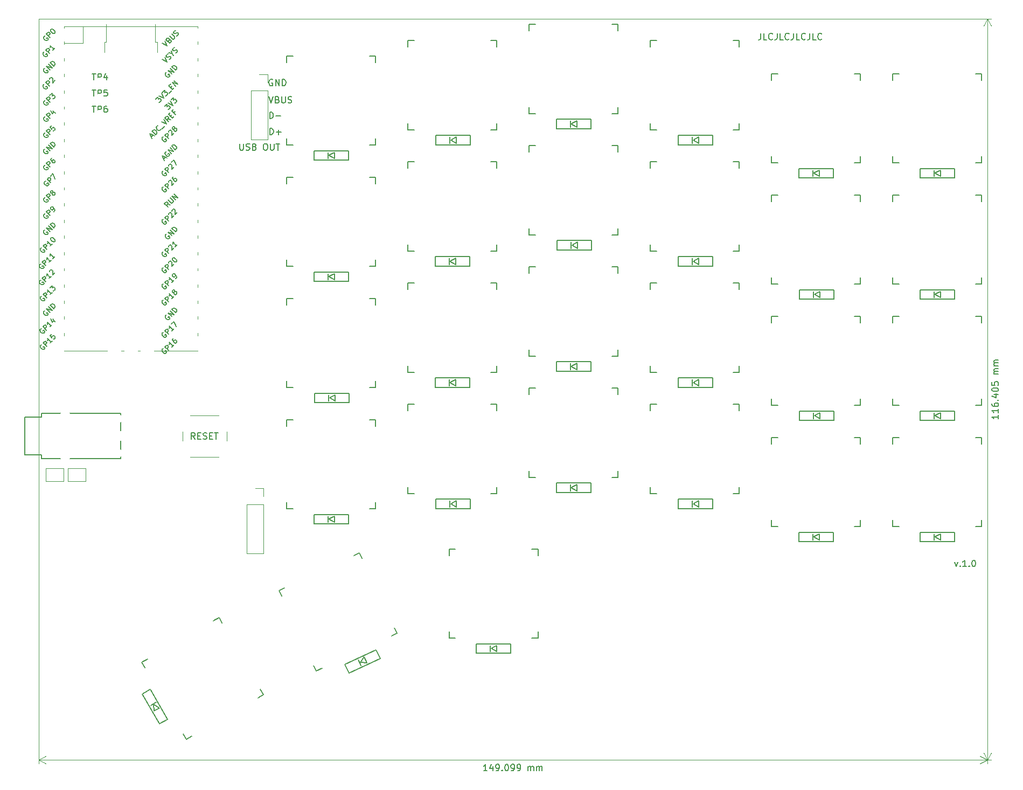
<source format=gto>
G04 #@! TF.GenerationSoftware,KiCad,Pcbnew,(5.1.4)-1*
G04 #@! TF.CreationDate,2021-07-06T10:58:29+08:00*
G04 #@! TF.ProjectId,Split Keeb,53706c69-7420-44b6-9565-622e6b696361,rev?*
G04 #@! TF.SameCoordinates,Original*
G04 #@! TF.FileFunction,Legend,Top*
G04 #@! TF.FilePolarity,Positive*
%FSLAX46Y46*%
G04 Gerber Fmt 4.6, Leading zero omitted, Abs format (unit mm)*
G04 Created by KiCad (PCBNEW (5.1.4)-1) date 2021-07-06 10:58:29*
%MOMM*%
%LPD*%
G04 APERTURE LIST*
%ADD10C,0.150000*%
%ADD11C,0.120000*%
%ADD12C,3.302000*%
%ADD13C,0.300000*%
%ADD14C,0.100000*%
%ADD15C,2.388000*%
%ADD16C,4.089800*%
%ADD17C,1.803800*%
%ADD18R,1.802000X1.802000*%
%ADD19R,1.802000X3.602000*%
%ADD20R,3.602000X1.802000*%
%ADD21O,1.802000X1.802000*%
%ADD22C,1.852000*%
%ADD23C,2.102000*%
%ADD24C,1.402000*%
%ADD25C,1.602000*%
%ADD26R,1.402000X1.052000*%
%ADD27C,1.499000*%
%ADD28R,1.499000X1.499000*%
%ADD29C,1.052000*%
G04 APERTURE END LIST*
D10*
X182578952Y-51293780D02*
X182578952Y-52008066D01*
X182531333Y-52150923D01*
X182436095Y-52246161D01*
X182293238Y-52293780D01*
X182198000Y-52293780D01*
X183531333Y-52293780D02*
X183055142Y-52293780D01*
X183055142Y-51293780D01*
X184436095Y-52198542D02*
X184388476Y-52246161D01*
X184245619Y-52293780D01*
X184150380Y-52293780D01*
X184007523Y-52246161D01*
X183912285Y-52150923D01*
X183864666Y-52055685D01*
X183817047Y-51865209D01*
X183817047Y-51722352D01*
X183864666Y-51531876D01*
X183912285Y-51436638D01*
X184007523Y-51341400D01*
X184150380Y-51293780D01*
X184245619Y-51293780D01*
X184388476Y-51341400D01*
X184436095Y-51389019D01*
X185150380Y-51293780D02*
X185150380Y-52008066D01*
X185102761Y-52150923D01*
X185007523Y-52246161D01*
X184864666Y-52293780D01*
X184769428Y-52293780D01*
X186102761Y-52293780D02*
X185626571Y-52293780D01*
X185626571Y-51293780D01*
X187007523Y-52198542D02*
X186959904Y-52246161D01*
X186817047Y-52293780D01*
X186721809Y-52293780D01*
X186578952Y-52246161D01*
X186483714Y-52150923D01*
X186436095Y-52055685D01*
X186388476Y-51865209D01*
X186388476Y-51722352D01*
X186436095Y-51531876D01*
X186483714Y-51436638D01*
X186578952Y-51341400D01*
X186721809Y-51293780D01*
X186817047Y-51293780D01*
X186959904Y-51341400D01*
X187007523Y-51389019D01*
X187721809Y-51293780D02*
X187721809Y-52008066D01*
X187674190Y-52150923D01*
X187578952Y-52246161D01*
X187436095Y-52293780D01*
X187340857Y-52293780D01*
X188674190Y-52293780D02*
X188198000Y-52293780D01*
X188198000Y-51293780D01*
X189578952Y-52198542D02*
X189531333Y-52246161D01*
X189388476Y-52293780D01*
X189293238Y-52293780D01*
X189150380Y-52246161D01*
X189055142Y-52150923D01*
X189007523Y-52055685D01*
X188959904Y-51865209D01*
X188959904Y-51722352D01*
X189007523Y-51531876D01*
X189055142Y-51436638D01*
X189150380Y-51341400D01*
X189293238Y-51293780D01*
X189388476Y-51293780D01*
X189531333Y-51341400D01*
X189578952Y-51389019D01*
X190293238Y-51293780D02*
X190293238Y-52008066D01*
X190245619Y-52150923D01*
X190150380Y-52246161D01*
X190007523Y-52293780D01*
X189912285Y-52293780D01*
X191245619Y-52293780D02*
X190769428Y-52293780D01*
X190769428Y-51293780D01*
X192150380Y-52198542D02*
X192102761Y-52246161D01*
X191959904Y-52293780D01*
X191864666Y-52293780D01*
X191721809Y-52246161D01*
X191626571Y-52150923D01*
X191578952Y-52055685D01*
X191531333Y-51865209D01*
X191531333Y-51722352D01*
X191578952Y-51531876D01*
X191626571Y-51436638D01*
X191721809Y-51341400D01*
X191864666Y-51293780D01*
X191959904Y-51293780D01*
X192102761Y-51341400D01*
X192150380Y-51389019D01*
X219908424Y-111272364D02*
X219908423Y-111843793D01*
X219908423Y-111558079D02*
X218908423Y-111558077D01*
X219051280Y-111653315D01*
X219146518Y-111748553D01*
X219194137Y-111843792D01*
X219908426Y-110319983D02*
X219908425Y-110891412D01*
X219908425Y-110605698D02*
X218908425Y-110605696D01*
X219051282Y-110700934D01*
X219146520Y-110796172D01*
X219194139Y-110891411D01*
X218908427Y-109462839D02*
X218908427Y-109653315D01*
X218956046Y-109748553D01*
X219003665Y-109796172D01*
X219146522Y-109891411D01*
X219336998Y-109939030D01*
X219717950Y-109939031D01*
X219813188Y-109891412D01*
X219860807Y-109843793D01*
X219908427Y-109748555D01*
X219908427Y-109558079D01*
X219860808Y-109462840D01*
X219813189Y-109415221D01*
X219717951Y-109367602D01*
X219479856Y-109367602D01*
X219384618Y-109415221D01*
X219336999Y-109462840D01*
X219289379Y-109558078D01*
X219289379Y-109748554D01*
X219336998Y-109843792D01*
X219384617Y-109891411D01*
X219479855Y-109939030D01*
X219813190Y-108939031D02*
X219860809Y-108891412D01*
X219908428Y-108939031D01*
X219860809Y-108986650D01*
X219813190Y-108939031D01*
X219908428Y-108939031D01*
X219241763Y-108034268D02*
X219908430Y-108034269D01*
X218860810Y-108272362D02*
X219575096Y-108510459D01*
X219575097Y-107891411D01*
X218908431Y-107319982D02*
X218908431Y-107224743D01*
X218956051Y-107129505D01*
X219003670Y-107081887D01*
X219098908Y-107034268D01*
X219289384Y-106986649D01*
X219527480Y-106986649D01*
X219717956Y-107034269D01*
X219813194Y-107081888D01*
X219860813Y-107129507D01*
X219908431Y-107224745D01*
X219908431Y-107319983D01*
X219860812Y-107415221D01*
X219813193Y-107462840D01*
X219717955Y-107510459D01*
X219527478Y-107558078D01*
X219289383Y-107558078D01*
X219098907Y-107510458D01*
X219003669Y-107462839D01*
X218956050Y-107415220D01*
X218908431Y-107319982D01*
X218908434Y-106081886D02*
X218908433Y-106558077D01*
X219384623Y-106605697D01*
X219337004Y-106558078D01*
X219289385Y-106462839D01*
X219289386Y-106224744D01*
X219337005Y-106129506D01*
X219384624Y-106081887D01*
X219479862Y-106034268D01*
X219717958Y-106034269D01*
X219813196Y-106081888D01*
X219860814Y-106129507D01*
X219908433Y-106224745D01*
X219908433Y-106462841D01*
X219860814Y-106558079D01*
X219813195Y-106605698D01*
X219908436Y-104843793D02*
X219241769Y-104843792D01*
X219337007Y-104843792D02*
X219289388Y-104796173D01*
X219241770Y-104700935D01*
X219241770Y-104558077D01*
X219289389Y-104462839D01*
X219384627Y-104415221D01*
X219908437Y-104415222D01*
X219384627Y-104415221D02*
X219289389Y-104367601D01*
X219241770Y-104272363D01*
X219241771Y-104129506D01*
X219289390Y-104034268D01*
X219384628Y-103986649D01*
X219908438Y-103986650D01*
X219908438Y-103510460D02*
X219241772Y-103510458D01*
X219337010Y-103510459D02*
X219289391Y-103462839D01*
X219241772Y-103367601D01*
X219241772Y-103224744D01*
X219289392Y-103129506D01*
X219384630Y-103081887D01*
X219908439Y-103081888D01*
X219384630Y-103081887D02*
X219289392Y-103034268D01*
X219241773Y-102939030D01*
X219241773Y-102796173D01*
X219289392Y-102700935D01*
X219384631Y-102653316D01*
X219908440Y-102653317D01*
D11*
X218186161Y-49022281D02*
X218185942Y-165427205D01*
X69088000Y-49022000D02*
X218772582Y-49022282D01*
X69087781Y-165426924D02*
X218772363Y-165427206D01*
X218185942Y-165427205D02*
X217599523Y-164300700D01*
X218185942Y-165427205D02*
X218772365Y-164300702D01*
X218186161Y-49022281D02*
X217599738Y-50148784D01*
X218186161Y-49022281D02*
X218772580Y-50148786D01*
D10*
X139589843Y-167149437D02*
X139018414Y-167149436D01*
X139304128Y-167149436D02*
X139304130Y-166149436D01*
X139208892Y-166292293D01*
X139113654Y-166387531D01*
X139018415Y-166435150D01*
X140446987Y-166482772D02*
X140446985Y-167149438D01*
X140208892Y-166101819D02*
X139970796Y-166816104D01*
X140589843Y-166816105D01*
X141018414Y-167149440D02*
X141208890Y-167149440D01*
X141304128Y-167101821D01*
X141351748Y-167054202D01*
X141446986Y-166911345D01*
X141494605Y-166720869D01*
X141494606Y-166339917D01*
X141446987Y-166244678D01*
X141399368Y-166197059D01*
X141304130Y-166149440D01*
X141113654Y-166149440D01*
X141018416Y-166197059D01*
X140970797Y-166244678D01*
X140923177Y-166339916D01*
X140923177Y-166578011D01*
X140970796Y-166673249D01*
X141018415Y-166720868D01*
X141113653Y-166768487D01*
X141304129Y-166768488D01*
X141399367Y-166720869D01*
X141446986Y-166673250D01*
X141494606Y-166578012D01*
X141923176Y-167054203D02*
X141970795Y-167101822D01*
X141923176Y-167149441D01*
X141875557Y-167101822D01*
X141923176Y-167054203D01*
X141923176Y-167149441D01*
X142589844Y-166149442D02*
X142685083Y-166149443D01*
X142780321Y-166197062D01*
X142827940Y-166244681D01*
X142875558Y-166339919D01*
X142923177Y-166530395D01*
X142923177Y-166768491D01*
X142875557Y-166958967D01*
X142827938Y-167054205D01*
X142780319Y-167101824D01*
X142685081Y-167149443D01*
X142589843Y-167149442D01*
X142494605Y-167101823D01*
X142446986Y-167054204D01*
X142399367Y-166958966D01*
X142351748Y-166768490D01*
X142351749Y-166530394D01*
X142399368Y-166339918D01*
X142446987Y-166244680D01*
X142494606Y-166197061D01*
X142589844Y-166149442D01*
X143399366Y-167149444D02*
X143589843Y-167149444D01*
X143685081Y-167101825D01*
X143732700Y-167054207D01*
X143827938Y-166911350D01*
X143875558Y-166720873D01*
X143875558Y-166339921D01*
X143827940Y-166244683D01*
X143780321Y-166197064D01*
X143685083Y-166149445D01*
X143494606Y-166149444D01*
X143399368Y-166197063D01*
X143351749Y-166244682D01*
X143304130Y-166339920D01*
X143304129Y-166578015D01*
X143351748Y-166673253D01*
X143399367Y-166720873D01*
X143494605Y-166768492D01*
X143685081Y-166768492D01*
X143780320Y-166720873D01*
X143827939Y-166673254D01*
X143875558Y-166578016D01*
X144351747Y-167149446D02*
X144542224Y-167149446D01*
X144637462Y-167101827D01*
X144685081Y-167054208D01*
X144780319Y-166911351D01*
X144827939Y-166720875D01*
X144827939Y-166339923D01*
X144780320Y-166244685D01*
X144732702Y-166197066D01*
X144637464Y-166149446D01*
X144446987Y-166149446D01*
X144351749Y-166197065D01*
X144304130Y-166244684D01*
X144256511Y-166339922D01*
X144256510Y-166578017D01*
X144304129Y-166673255D01*
X144351748Y-166720874D01*
X144446986Y-166768494D01*
X144637462Y-166768494D01*
X144732701Y-166720875D01*
X144780320Y-166673256D01*
X144827939Y-166578018D01*
X146018414Y-167149449D02*
X146018415Y-166482782D01*
X146018415Y-166578020D02*
X146066034Y-166530401D01*
X146161272Y-166482783D01*
X146304130Y-166482783D01*
X146399368Y-166530402D01*
X146446986Y-166625640D01*
X146446985Y-167149450D01*
X146446986Y-166625640D02*
X146494606Y-166530402D01*
X146589844Y-166482783D01*
X146732701Y-166482784D01*
X146827939Y-166530403D01*
X146875558Y-166625641D01*
X146875557Y-167149451D01*
X147351747Y-167149451D02*
X147351749Y-166482785D01*
X147351748Y-166578023D02*
X147399368Y-166530404D01*
X147494606Y-166482785D01*
X147637463Y-166482785D01*
X147732701Y-166530405D01*
X147780320Y-166625643D01*
X147780319Y-167149452D01*
X147780320Y-166625643D02*
X147827939Y-166530405D01*
X147923177Y-166482786D01*
X148066034Y-166482786D01*
X148161272Y-166530405D01*
X148208891Y-166625644D01*
X148208890Y-167149453D01*
D11*
X69087781Y-165426924D02*
X218187149Y-165427204D01*
X69088000Y-49022000D02*
X69087780Y-166013345D01*
X218187368Y-49022280D02*
X218187148Y-166013625D01*
X218187149Y-165427204D02*
X217060644Y-166013623D01*
X218187149Y-165427204D02*
X217060646Y-164840781D01*
X69087781Y-165426924D02*
X70214284Y-166013347D01*
X69087781Y-165426924D02*
X70214286Y-164840505D01*
D10*
X105418047Y-67203580D02*
X105418047Y-66203580D01*
X105656142Y-66203580D01*
X105799000Y-66251200D01*
X105894238Y-66346438D01*
X105941857Y-66441676D01*
X105989476Y-66632152D01*
X105989476Y-66775009D01*
X105941857Y-66965485D01*
X105894238Y-67060723D01*
X105799000Y-67155961D01*
X105656142Y-67203580D01*
X105418047Y-67203580D01*
X106418047Y-66822628D02*
X107179952Y-66822628D01*
X106799000Y-67203580D02*
X106799000Y-66441676D01*
X105392647Y-64663580D02*
X105392647Y-63663580D01*
X105630742Y-63663580D01*
X105773600Y-63711200D01*
X105868838Y-63806438D01*
X105916457Y-63901676D01*
X105964076Y-64092152D01*
X105964076Y-64235009D01*
X105916457Y-64425485D01*
X105868838Y-64520723D01*
X105773600Y-64615961D01*
X105630742Y-64663580D01*
X105392647Y-64663580D01*
X106392647Y-64282628D02*
X107154552Y-64282628D01*
X105278466Y-61225180D02*
X105611800Y-62225180D01*
X105945133Y-61225180D01*
X106611800Y-61701371D02*
X106754657Y-61748990D01*
X106802276Y-61796609D01*
X106849895Y-61891847D01*
X106849895Y-62034704D01*
X106802276Y-62129942D01*
X106754657Y-62177561D01*
X106659419Y-62225180D01*
X106278466Y-62225180D01*
X106278466Y-61225180D01*
X106611800Y-61225180D01*
X106707038Y-61272800D01*
X106754657Y-61320419D01*
X106802276Y-61415657D01*
X106802276Y-61510895D01*
X106754657Y-61606133D01*
X106707038Y-61653752D01*
X106611800Y-61701371D01*
X106278466Y-61701371D01*
X107278466Y-61225180D02*
X107278466Y-62034704D01*
X107326085Y-62129942D01*
X107373704Y-62177561D01*
X107468942Y-62225180D01*
X107659419Y-62225180D01*
X107754657Y-62177561D01*
X107802276Y-62129942D01*
X107849895Y-62034704D01*
X107849895Y-61225180D01*
X108278466Y-62177561D02*
X108421323Y-62225180D01*
X108659419Y-62225180D01*
X108754657Y-62177561D01*
X108802276Y-62129942D01*
X108849895Y-62034704D01*
X108849895Y-61939466D01*
X108802276Y-61844228D01*
X108754657Y-61796609D01*
X108659419Y-61748990D01*
X108468942Y-61701371D01*
X108373704Y-61653752D01*
X108326085Y-61606133D01*
X108278466Y-61510895D01*
X108278466Y-61415657D01*
X108326085Y-61320419D01*
X108373704Y-61272800D01*
X108468942Y-61225180D01*
X108707038Y-61225180D01*
X108849895Y-61272800D01*
X105841895Y-58580400D02*
X105746657Y-58532780D01*
X105603800Y-58532780D01*
X105460942Y-58580400D01*
X105365704Y-58675638D01*
X105318085Y-58770876D01*
X105270466Y-58961352D01*
X105270466Y-59104209D01*
X105318085Y-59294685D01*
X105365704Y-59389923D01*
X105460942Y-59485161D01*
X105603800Y-59532780D01*
X105699038Y-59532780D01*
X105841895Y-59485161D01*
X105889514Y-59437542D01*
X105889514Y-59104209D01*
X105699038Y-59104209D01*
X106318085Y-59532780D02*
X106318085Y-58532780D01*
X106889514Y-59532780D01*
X106889514Y-58532780D01*
X107365704Y-59532780D02*
X107365704Y-58532780D01*
X107603800Y-58532780D01*
X107746657Y-58580400D01*
X107841895Y-58675638D01*
X107889514Y-58770876D01*
X107937133Y-58961352D01*
X107937133Y-59104209D01*
X107889514Y-59294685D01*
X107841895Y-59389923D01*
X107746657Y-59485161D01*
X107603800Y-59532780D01*
X107365704Y-59532780D01*
X213039533Y-134405714D02*
X213277628Y-135072380D01*
X213515723Y-134405714D01*
X213896676Y-134977142D02*
X213944295Y-135024761D01*
X213896676Y-135072380D01*
X213849057Y-135024761D01*
X213896676Y-134977142D01*
X213896676Y-135072380D01*
X214896676Y-135072380D02*
X214325247Y-135072380D01*
X214610961Y-135072380D02*
X214610961Y-134072380D01*
X214515723Y-134215238D01*
X214420485Y-134310476D01*
X214325247Y-134358095D01*
X215325247Y-134977142D02*
X215372866Y-135024761D01*
X215325247Y-135072380D01*
X215277628Y-135024761D01*
X215325247Y-134977142D01*
X215325247Y-135072380D01*
X215991914Y-134072380D02*
X216087152Y-134072380D01*
X216182390Y-134120000D01*
X216230009Y-134167619D01*
X216277628Y-134262857D01*
X216325247Y-134453333D01*
X216325247Y-134691428D01*
X216277628Y-134881904D01*
X216230009Y-134977142D01*
X216182390Y-135024761D01*
X216087152Y-135072380D01*
X215991914Y-135072380D01*
X215896676Y-135024761D01*
X215849057Y-134977142D01*
X215801438Y-134881904D01*
X215753819Y-134691428D01*
X215753819Y-134453333D01*
X215801438Y-134262857D01*
X215849057Y-134167619D01*
X215896676Y-134120000D01*
X215991914Y-134072380D01*
D11*
X70202600Y-119675400D02*
X73002600Y-119675400D01*
X73002600Y-119675400D02*
X73002600Y-121675400D01*
X73002600Y-121675400D02*
X70202600Y-121675400D01*
X70202600Y-121675400D02*
X70202600Y-119675400D01*
X73657000Y-119675400D02*
X76457000Y-119675400D01*
X76457000Y-119675400D02*
X76457000Y-121675400D01*
X76457000Y-121675400D02*
X73657000Y-121675400D01*
X73657000Y-121675400D02*
X73657000Y-119675400D01*
D10*
X108062000Y-54849000D02*
X109062000Y-54849000D01*
X109062000Y-68849000D02*
X108062000Y-68849000D01*
X122062000Y-67849000D02*
X122062000Y-68849000D01*
X122062000Y-68849000D02*
X121062000Y-68849000D01*
X121062000Y-54849000D02*
X122062000Y-54849000D01*
X122062000Y-54849000D02*
X122062000Y-55849000D01*
X108062000Y-68849000D02*
X108062000Y-67849000D01*
X108062000Y-55849000D02*
X108062000Y-54849000D01*
X127112000Y-52436000D02*
X128112000Y-52436000D01*
X128112000Y-66436000D02*
X127112000Y-66436000D01*
X141112000Y-65436000D02*
X141112000Y-66436000D01*
X141112000Y-66436000D02*
X140112000Y-66436000D01*
X140112000Y-52436000D02*
X141112000Y-52436000D01*
X141112000Y-52436000D02*
X141112000Y-53436000D01*
X127112000Y-66436000D02*
X127112000Y-65436000D01*
X127112000Y-53436000D02*
X127112000Y-52436000D01*
X146162000Y-49896000D02*
X147162000Y-49896000D01*
X147162000Y-63896000D02*
X146162000Y-63896000D01*
X160162000Y-62896000D02*
X160162000Y-63896000D01*
X160162000Y-63896000D02*
X159162000Y-63896000D01*
X159162000Y-49896000D02*
X160162000Y-49896000D01*
X160162000Y-49896000D02*
X160162000Y-50896000D01*
X146162000Y-63896000D02*
X146162000Y-62896000D01*
X146162000Y-50896000D02*
X146162000Y-49896000D01*
X165212000Y-52436000D02*
X166212000Y-52436000D01*
X166212000Y-66436000D02*
X165212000Y-66436000D01*
X179212000Y-65436000D02*
X179212000Y-66436000D01*
X179212000Y-66436000D02*
X178212000Y-66436000D01*
X178212000Y-52436000D02*
X179212000Y-52436000D01*
X179212000Y-52436000D02*
X179212000Y-53436000D01*
X165212000Y-66436000D02*
X165212000Y-65436000D01*
X165212000Y-53436000D02*
X165212000Y-52436000D01*
X184262000Y-57643000D02*
X185262000Y-57643000D01*
X185262000Y-71643000D02*
X184262000Y-71643000D01*
X198262000Y-70643000D02*
X198262000Y-71643000D01*
X198262000Y-71643000D02*
X197262000Y-71643000D01*
X197262000Y-57643000D02*
X198262000Y-57643000D01*
X198262000Y-57643000D02*
X198262000Y-58643000D01*
X184262000Y-71643000D02*
X184262000Y-70643000D01*
X184262000Y-58643000D02*
X184262000Y-57643000D01*
X203312000Y-57643000D02*
X204312000Y-57643000D01*
X204312000Y-71643000D02*
X203312000Y-71643000D01*
X217312000Y-70643000D02*
X217312000Y-71643000D01*
X217312000Y-71643000D02*
X216312000Y-71643000D01*
X216312000Y-57643000D02*
X217312000Y-57643000D01*
X217312000Y-57643000D02*
X217312000Y-58643000D01*
X203312000Y-71643000D02*
X203312000Y-70643000D01*
X203312000Y-58643000D02*
X203312000Y-57643000D01*
X108062000Y-73899000D02*
X109062000Y-73899000D01*
X109062000Y-87899000D02*
X108062000Y-87899000D01*
X122062000Y-86899000D02*
X122062000Y-87899000D01*
X122062000Y-87899000D02*
X121062000Y-87899000D01*
X121062000Y-73899000D02*
X122062000Y-73899000D01*
X122062000Y-73899000D02*
X122062000Y-74899000D01*
X108062000Y-87899000D02*
X108062000Y-86899000D01*
X108062000Y-74899000D02*
X108062000Y-73899000D01*
X127112000Y-71486000D02*
X128112000Y-71486000D01*
X128112000Y-85486000D02*
X127112000Y-85486000D01*
X141112000Y-84486000D02*
X141112000Y-85486000D01*
X141112000Y-85486000D02*
X140112000Y-85486000D01*
X140112000Y-71486000D02*
X141112000Y-71486000D01*
X141112000Y-71486000D02*
X141112000Y-72486000D01*
X127112000Y-85486000D02*
X127112000Y-84486000D01*
X127112000Y-72486000D02*
X127112000Y-71486000D01*
X146162000Y-68946000D02*
X147162000Y-68946000D01*
X147162000Y-82946000D02*
X146162000Y-82946000D01*
X160162000Y-81946000D02*
X160162000Y-82946000D01*
X160162000Y-82946000D02*
X159162000Y-82946000D01*
X159162000Y-68946000D02*
X160162000Y-68946000D01*
X160162000Y-68946000D02*
X160162000Y-69946000D01*
X146162000Y-82946000D02*
X146162000Y-81946000D01*
X146162000Y-69946000D02*
X146162000Y-68946000D01*
X165212000Y-71486000D02*
X166212000Y-71486000D01*
X166212000Y-85486000D02*
X165212000Y-85486000D01*
X179212000Y-84486000D02*
X179212000Y-85486000D01*
X179212000Y-85486000D02*
X178212000Y-85486000D01*
X178212000Y-71486000D02*
X179212000Y-71486000D01*
X179212000Y-71486000D02*
X179212000Y-72486000D01*
X165212000Y-85486000D02*
X165212000Y-84486000D01*
X165212000Y-72486000D02*
X165212000Y-71486000D01*
X184262000Y-76693000D02*
X185262000Y-76693000D01*
X185262000Y-90693000D02*
X184262000Y-90693000D01*
X198262000Y-89693000D02*
X198262000Y-90693000D01*
X198262000Y-90693000D02*
X197262000Y-90693000D01*
X197262000Y-76693000D02*
X198262000Y-76693000D01*
X198262000Y-76693000D02*
X198262000Y-77693000D01*
X184262000Y-90693000D02*
X184262000Y-89693000D01*
X184262000Y-77693000D02*
X184262000Y-76693000D01*
X203312000Y-76693000D02*
X204312000Y-76693000D01*
X204312000Y-90693000D02*
X203312000Y-90693000D01*
X217312000Y-89693000D02*
X217312000Y-90693000D01*
X217312000Y-90693000D02*
X216312000Y-90693000D01*
X216312000Y-76693000D02*
X217312000Y-76693000D01*
X217312000Y-76693000D02*
X217312000Y-77693000D01*
X203312000Y-90693000D02*
X203312000Y-89693000D01*
X203312000Y-77693000D02*
X203312000Y-76693000D01*
X108062000Y-92949000D02*
X109062000Y-92949000D01*
X109062000Y-106949000D02*
X108062000Y-106949000D01*
X122062000Y-105949000D02*
X122062000Y-106949000D01*
X122062000Y-106949000D02*
X121062000Y-106949000D01*
X121062000Y-92949000D02*
X122062000Y-92949000D01*
X122062000Y-92949000D02*
X122062000Y-93949000D01*
X108062000Y-106949000D02*
X108062000Y-105949000D01*
X108062000Y-93949000D02*
X108062000Y-92949000D01*
X127112000Y-90536000D02*
X128112000Y-90536000D01*
X128112000Y-104536000D02*
X127112000Y-104536000D01*
X141112000Y-103536000D02*
X141112000Y-104536000D01*
X141112000Y-104536000D02*
X140112000Y-104536000D01*
X140112000Y-90536000D02*
X141112000Y-90536000D01*
X141112000Y-90536000D02*
X141112000Y-91536000D01*
X127112000Y-104536000D02*
X127112000Y-103536000D01*
X127112000Y-91536000D02*
X127112000Y-90536000D01*
X146162000Y-87996000D02*
X147162000Y-87996000D01*
X147162000Y-101996000D02*
X146162000Y-101996000D01*
X160162000Y-100996000D02*
X160162000Y-101996000D01*
X160162000Y-101996000D02*
X159162000Y-101996000D01*
X159162000Y-87996000D02*
X160162000Y-87996000D01*
X160162000Y-87996000D02*
X160162000Y-88996000D01*
X146162000Y-101996000D02*
X146162000Y-100996000D01*
X146162000Y-88996000D02*
X146162000Y-87996000D01*
X165212000Y-90536000D02*
X166212000Y-90536000D01*
X166212000Y-104536000D02*
X165212000Y-104536000D01*
X179212000Y-103536000D02*
X179212000Y-104536000D01*
X179212000Y-104536000D02*
X178212000Y-104536000D01*
X178212000Y-90536000D02*
X179212000Y-90536000D01*
X179212000Y-90536000D02*
X179212000Y-91536000D01*
X165212000Y-104536000D02*
X165212000Y-103536000D01*
X165212000Y-91536000D02*
X165212000Y-90536000D01*
X184262000Y-95743000D02*
X185262000Y-95743000D01*
X185262000Y-109743000D02*
X184262000Y-109743000D01*
X198262000Y-108743000D02*
X198262000Y-109743000D01*
X198262000Y-109743000D02*
X197262000Y-109743000D01*
X197262000Y-95743000D02*
X198262000Y-95743000D01*
X198262000Y-95743000D02*
X198262000Y-96743000D01*
X184262000Y-109743000D02*
X184262000Y-108743000D01*
X184262000Y-96743000D02*
X184262000Y-95743000D01*
X203312000Y-95743000D02*
X204312000Y-95743000D01*
X204312000Y-109743000D02*
X203312000Y-109743000D01*
X217312000Y-108743000D02*
X217312000Y-109743000D01*
X217312000Y-109743000D02*
X216312000Y-109743000D01*
X216312000Y-95743000D02*
X217312000Y-95743000D01*
X217312000Y-95743000D02*
X217312000Y-96743000D01*
X203312000Y-109743000D02*
X203312000Y-108743000D01*
X203312000Y-96743000D02*
X203312000Y-95743000D01*
X108062000Y-111999000D02*
X109062000Y-111999000D01*
X109062000Y-125999000D02*
X108062000Y-125999000D01*
X122062000Y-124999000D02*
X122062000Y-125999000D01*
X122062000Y-125999000D02*
X121062000Y-125999000D01*
X121062000Y-111999000D02*
X122062000Y-111999000D01*
X122062000Y-111999000D02*
X122062000Y-112999000D01*
X108062000Y-125999000D02*
X108062000Y-124999000D01*
X108062000Y-112999000D02*
X108062000Y-111999000D01*
X127112000Y-109586000D02*
X128112000Y-109586000D01*
X128112000Y-123586000D02*
X127112000Y-123586000D01*
X141112000Y-122586000D02*
X141112000Y-123586000D01*
X141112000Y-123586000D02*
X140112000Y-123586000D01*
X140112000Y-109586000D02*
X141112000Y-109586000D01*
X141112000Y-109586000D02*
X141112000Y-110586000D01*
X127112000Y-123586000D02*
X127112000Y-122586000D01*
X127112000Y-110586000D02*
X127112000Y-109586000D01*
X146162000Y-107046000D02*
X147162000Y-107046000D01*
X147162000Y-121046000D02*
X146162000Y-121046000D01*
X160162000Y-120046000D02*
X160162000Y-121046000D01*
X160162000Y-121046000D02*
X159162000Y-121046000D01*
X159162000Y-107046000D02*
X160162000Y-107046000D01*
X160162000Y-107046000D02*
X160162000Y-108046000D01*
X146162000Y-121046000D02*
X146162000Y-120046000D01*
X146162000Y-108046000D02*
X146162000Y-107046000D01*
X165212000Y-109586000D02*
X166212000Y-109586000D01*
X166212000Y-123586000D02*
X165212000Y-123586000D01*
X179212000Y-122586000D02*
X179212000Y-123586000D01*
X179212000Y-123586000D02*
X178212000Y-123586000D01*
X178212000Y-109586000D02*
X179212000Y-109586000D01*
X179212000Y-109586000D02*
X179212000Y-110586000D01*
X165212000Y-123586000D02*
X165212000Y-122586000D01*
X165212000Y-110586000D02*
X165212000Y-109586000D01*
X184262000Y-114793000D02*
X185262000Y-114793000D01*
X185262000Y-128793000D02*
X184262000Y-128793000D01*
X198262000Y-127793000D02*
X198262000Y-128793000D01*
X198262000Y-128793000D02*
X197262000Y-128793000D01*
X197262000Y-114793000D02*
X198262000Y-114793000D01*
X198262000Y-114793000D02*
X198262000Y-115793000D01*
X184262000Y-128793000D02*
X184262000Y-127793000D01*
X184262000Y-115793000D02*
X184262000Y-114793000D01*
X203312000Y-114793000D02*
X204312000Y-114793000D01*
X204312000Y-128793000D02*
X203312000Y-128793000D01*
X217312000Y-127793000D02*
X217312000Y-128793000D01*
X217312000Y-128793000D02*
X216312000Y-128793000D01*
X216312000Y-114793000D02*
X217312000Y-114793000D01*
X217312000Y-114793000D02*
X217312000Y-115793000D01*
X203312000Y-128793000D02*
X203312000Y-127793000D01*
X203312000Y-115793000D02*
X203312000Y-114793000D01*
X97431178Y-143090850D02*
X97931178Y-143956876D01*
X85806822Y-150956876D02*
X85306822Y-150090850D01*
X93172848Y-161715206D02*
X92306822Y-162215206D01*
X92306822Y-162215206D02*
X91806822Y-161349180D01*
X103931178Y-154349180D02*
X104431178Y-155215206D01*
X104431178Y-155215206D02*
X103565152Y-155715206D01*
X85306822Y-150090850D02*
X86172848Y-149590850D01*
X96565152Y-143590850D02*
X97431178Y-143090850D01*
X106832144Y-138814089D02*
X107738451Y-138391471D01*
X113655107Y-151079780D02*
X112748799Y-151502398D01*
X125014490Y-144679435D02*
X125437108Y-145585743D01*
X125437108Y-145585743D02*
X124530801Y-146008361D01*
X118614145Y-133320052D02*
X119520453Y-132897434D01*
X119520453Y-132897434D02*
X119943071Y-133803741D01*
X112748799Y-151502398D02*
X112326181Y-150596091D01*
X107254762Y-139720397D02*
X106832144Y-138814089D01*
X133589000Y-132319000D02*
X134589000Y-132319000D01*
X134589000Y-146319000D02*
X133589000Y-146319000D01*
X147589000Y-145319000D02*
X147589000Y-146319000D01*
X147589000Y-146319000D02*
X146589000Y-146319000D01*
X146589000Y-132319000D02*
X147589000Y-132319000D01*
X147589000Y-132319000D02*
X147589000Y-133319000D01*
X133589000Y-146319000D02*
X133589000Y-145319000D01*
X133589000Y-133319000D02*
X133589000Y-132319000D01*
D11*
X87716000Y-52682000D02*
X87716000Y-54232000D01*
X87716000Y-52682000D02*
X87416000Y-52682000D01*
X79416000Y-52682000D02*
X79416000Y-54232000D01*
X79716000Y-52682000D02*
X79416000Y-52682000D01*
X87416000Y-49882000D02*
X87416000Y-52682000D01*
X79716000Y-49882000D02*
X79716000Y-52682000D01*
X73066000Y-50192000D02*
X94066000Y-50192000D01*
X79866000Y-101192000D02*
X73066000Y-101192000D01*
X73066000Y-52859000D02*
X76073000Y-52859000D01*
X76073000Y-52859000D02*
X76073000Y-50192000D01*
X73066000Y-50192000D02*
X73066000Y-50492000D01*
X73066000Y-52592000D02*
X73066000Y-52992000D01*
X73066000Y-55192000D02*
X73066000Y-55592000D01*
X73066000Y-57692000D02*
X73066000Y-58092000D01*
X73066000Y-60292000D02*
X73066000Y-60692000D01*
X73066000Y-62792000D02*
X73066000Y-63192000D01*
X73066000Y-65292000D02*
X73066000Y-65692000D01*
X73066000Y-67892000D02*
X73066000Y-68292000D01*
X73066000Y-70392000D02*
X73066000Y-70792000D01*
X73066000Y-72992000D02*
X73066000Y-73392000D01*
X73066000Y-75492000D02*
X73066000Y-75892000D01*
X73066000Y-77992000D02*
X73066000Y-78392000D01*
X73066000Y-80592000D02*
X73066000Y-80992000D01*
X73066000Y-83092000D02*
X73066000Y-83492000D01*
X73066000Y-85692000D02*
X73066000Y-86092000D01*
X73066000Y-88192000D02*
X73066000Y-88592000D01*
X73066000Y-90792000D02*
X73066000Y-91192000D01*
X73066000Y-93292000D02*
X73066000Y-93692000D01*
X73066000Y-95792000D02*
X73066000Y-96192000D01*
X73066000Y-98392000D02*
X73066000Y-98792000D01*
X94066000Y-65292000D02*
X94066000Y-65692000D01*
X94066000Y-70392000D02*
X94066000Y-70792000D01*
X94066000Y-77992000D02*
X94066000Y-78392000D01*
X94066000Y-85692000D02*
X94066000Y-86092000D01*
X94066000Y-55192000D02*
X94066000Y-55592000D01*
X94066000Y-52592000D02*
X94066000Y-52992000D01*
X94066000Y-60292000D02*
X94066000Y-60692000D01*
X94066000Y-93292000D02*
X94066000Y-93692000D01*
X94066000Y-98392000D02*
X94066000Y-98792000D01*
X94066000Y-95792000D02*
X94066000Y-96192000D01*
X94066000Y-80592000D02*
X94066000Y-80992000D01*
X94066000Y-75492000D02*
X94066000Y-75892000D01*
X94066000Y-62792000D02*
X94066000Y-63192000D01*
X94066000Y-67892000D02*
X94066000Y-68292000D01*
X94066000Y-88192000D02*
X94066000Y-88592000D01*
X94066000Y-72992000D02*
X94066000Y-73392000D01*
X94066000Y-50192000D02*
X94066000Y-50492000D01*
X94066000Y-57692000D02*
X94066000Y-58092000D01*
X94066000Y-83092000D02*
X94066000Y-83492000D01*
X94066000Y-90792000D02*
X94066000Y-91192000D01*
X94066000Y-101192000D02*
X87266000Y-101192000D01*
X82066000Y-101192000D02*
X82466000Y-101192000D01*
X84666000Y-101192000D02*
X85066000Y-101192000D01*
X103759000Y-57725000D02*
X105089000Y-57725000D01*
X105089000Y-57725000D02*
X105089000Y-59055000D01*
X105089000Y-60325000D02*
X105089000Y-68005000D01*
X102429000Y-68005000D02*
X105089000Y-68005000D01*
X102429000Y-60325000D02*
X102429000Y-68005000D01*
X102429000Y-60325000D02*
X105089000Y-60325000D01*
X91675000Y-113840000D02*
X91675000Y-115340000D01*
X92925000Y-117840000D02*
X97425000Y-117840000D01*
X98675000Y-115340000D02*
X98675000Y-113840000D01*
X97425000Y-111340000D02*
X92925000Y-111340000D01*
X103124000Y-122749000D02*
X104454000Y-122749000D01*
X104454000Y-122749000D02*
X104454000Y-124079000D01*
X104454000Y-125349000D02*
X104454000Y-133029000D01*
X101794000Y-133029000D02*
X104454000Y-133029000D01*
X101794000Y-125349000D02*
X101794000Y-133029000D01*
X101794000Y-125349000D02*
X104454000Y-125349000D01*
D10*
X82015000Y-111004000D02*
X82015000Y-118104000D01*
X82015000Y-118104000D02*
X69515000Y-118104000D01*
X69515000Y-118104000D02*
X69515000Y-117554000D01*
X69515000Y-117554000D02*
X66915000Y-117554000D01*
X66915000Y-111554000D02*
X66915000Y-117554000D01*
X69515000Y-111554000D02*
X66915000Y-111554000D01*
X69515000Y-111004000D02*
X69515000Y-111554000D01*
X69515000Y-111004000D02*
X82015000Y-111004000D01*
X143289000Y-148705000D02*
X143289000Y-147205000D01*
X137889000Y-148705000D02*
X143289000Y-148705000D01*
X137889000Y-147205000D02*
X137889000Y-148705000D01*
X143289000Y-147205000D02*
X137889000Y-147205000D01*
X140089000Y-147455000D02*
X140089000Y-148455000D01*
X141089000Y-148455000D02*
X140189000Y-147955000D01*
X141089000Y-147455000D02*
X141089000Y-148455000D01*
X140189000Y-147955000D02*
X141089000Y-147455000D01*
X122751330Y-149510021D02*
X122117402Y-148150559D01*
X117857268Y-151792159D02*
X122751330Y-149510021D01*
X117223340Y-150432697D02*
X117857268Y-151792159D01*
X122117402Y-148150559D02*
X117223340Y-150432697D01*
X119322872Y-149729514D02*
X119745490Y-150635822D01*
X120651798Y-150213204D02*
X119624812Y-150140406D01*
X120229180Y-149306896D02*
X120651798Y-150213204D01*
X119624812Y-150140406D02*
X120229180Y-149306896D01*
X88070315Y-159800431D02*
X89369353Y-159050431D01*
X85370315Y-155123893D02*
X88070315Y-159800431D01*
X86669353Y-154373893D02*
X85370315Y-155123893D01*
X89369353Y-159050431D02*
X86669353Y-154373893D01*
X87552847Y-156404149D02*
X86686821Y-156904149D01*
X87186821Y-157770175D02*
X87169834Y-156740752D01*
X88052847Y-157270175D02*
X87186821Y-157770175D01*
X87169834Y-156740752D02*
X88052847Y-157270175D01*
X213012000Y-131179000D02*
X213012000Y-129679000D01*
X207612000Y-131179000D02*
X213012000Y-131179000D01*
X207612000Y-129679000D02*
X207612000Y-131179000D01*
X213012000Y-129679000D02*
X207612000Y-129679000D01*
X209812000Y-129929000D02*
X209812000Y-130929000D01*
X210812000Y-130929000D02*
X209912000Y-130429000D01*
X210812000Y-129929000D02*
X210812000Y-130929000D01*
X209912000Y-130429000D02*
X210812000Y-129929000D01*
X193962000Y-131179000D02*
X193962000Y-129679000D01*
X188562000Y-131179000D02*
X193962000Y-131179000D01*
X188562000Y-129679000D02*
X188562000Y-131179000D01*
X193962000Y-129679000D02*
X188562000Y-129679000D01*
X190762000Y-129929000D02*
X190762000Y-130929000D01*
X191762000Y-130929000D02*
X190862000Y-130429000D01*
X191762000Y-129929000D02*
X191762000Y-130929000D01*
X190862000Y-130429000D02*
X191762000Y-129929000D01*
X175036000Y-125972000D02*
X175036000Y-124472000D01*
X169636000Y-125972000D02*
X175036000Y-125972000D01*
X169636000Y-124472000D02*
X169636000Y-125972000D01*
X175036000Y-124472000D02*
X169636000Y-124472000D01*
X171836000Y-124722000D02*
X171836000Y-125722000D01*
X172836000Y-125722000D02*
X171936000Y-125222000D01*
X172836000Y-124722000D02*
X172836000Y-125722000D01*
X171936000Y-125222000D02*
X172836000Y-124722000D01*
X155862000Y-123432000D02*
X155862000Y-121932000D01*
X150462000Y-123432000D02*
X155862000Y-123432000D01*
X150462000Y-121932000D02*
X150462000Y-123432000D01*
X155862000Y-121932000D02*
X150462000Y-121932000D01*
X152662000Y-122182000D02*
X152662000Y-123182000D01*
X153662000Y-123182000D02*
X152762000Y-122682000D01*
X153662000Y-122182000D02*
X153662000Y-123182000D01*
X152762000Y-122682000D02*
X153662000Y-122182000D01*
X136939000Y-125972000D02*
X136939000Y-124472000D01*
X131539000Y-125972000D02*
X136939000Y-125972000D01*
X131539000Y-124472000D02*
X131539000Y-125972000D01*
X136939000Y-124472000D02*
X131539000Y-124472000D01*
X133739000Y-124722000D02*
X133739000Y-125722000D01*
X134739000Y-125722000D02*
X133839000Y-125222000D01*
X134739000Y-124722000D02*
X134739000Y-125722000D01*
X133839000Y-125222000D02*
X134739000Y-124722000D01*
X117762000Y-128385000D02*
X117762000Y-126885000D01*
X112362000Y-128385000D02*
X117762000Y-128385000D01*
X112362000Y-126885000D02*
X112362000Y-128385000D01*
X117762000Y-126885000D02*
X112362000Y-126885000D01*
X114562000Y-127135000D02*
X114562000Y-128135000D01*
X115562000Y-128135000D02*
X114662000Y-127635000D01*
X115562000Y-127135000D02*
X115562000Y-128135000D01*
X114662000Y-127635000D02*
X115562000Y-127135000D01*
X213012000Y-112129000D02*
X213012000Y-110629000D01*
X207612000Y-112129000D02*
X213012000Y-112129000D01*
X207612000Y-110629000D02*
X207612000Y-112129000D01*
X213012000Y-110629000D02*
X207612000Y-110629000D01*
X209812000Y-110879000D02*
X209812000Y-111879000D01*
X210812000Y-111879000D02*
X209912000Y-111379000D01*
X210812000Y-110879000D02*
X210812000Y-111879000D01*
X209912000Y-111379000D02*
X210812000Y-110879000D01*
X194089000Y-112129000D02*
X194089000Y-110629000D01*
X188689000Y-112129000D02*
X194089000Y-112129000D01*
X188689000Y-110629000D02*
X188689000Y-112129000D01*
X194089000Y-110629000D02*
X188689000Y-110629000D01*
X190889000Y-110879000D02*
X190889000Y-111879000D01*
X191889000Y-111879000D02*
X190989000Y-111379000D01*
X191889000Y-110879000D02*
X191889000Y-111879000D01*
X190989000Y-111379000D02*
X191889000Y-110879000D01*
X175039000Y-106922000D02*
X175039000Y-105422000D01*
X169639000Y-106922000D02*
X175039000Y-106922000D01*
X169639000Y-105422000D02*
X169639000Y-106922000D01*
X175039000Y-105422000D02*
X169639000Y-105422000D01*
X171839000Y-105672000D02*
X171839000Y-106672000D01*
X172839000Y-106672000D02*
X171939000Y-106172000D01*
X172839000Y-105672000D02*
X172839000Y-106672000D01*
X171939000Y-106172000D02*
X172839000Y-105672000D01*
X155862000Y-104382000D02*
X155862000Y-102882000D01*
X150462000Y-104382000D02*
X155862000Y-104382000D01*
X150462000Y-102882000D02*
X150462000Y-104382000D01*
X155862000Y-102882000D02*
X150462000Y-102882000D01*
X152662000Y-103132000D02*
X152662000Y-104132000D01*
X153662000Y-104132000D02*
X152762000Y-103632000D01*
X153662000Y-103132000D02*
X153662000Y-104132000D01*
X152762000Y-103632000D02*
X153662000Y-103132000D01*
X136812000Y-106922000D02*
X136812000Y-105422000D01*
X131412000Y-106922000D02*
X136812000Y-106922000D01*
X131412000Y-105422000D02*
X131412000Y-106922000D01*
X136812000Y-105422000D02*
X131412000Y-105422000D01*
X133612000Y-105672000D02*
X133612000Y-106672000D01*
X134612000Y-106672000D02*
X133712000Y-106172000D01*
X134612000Y-105672000D02*
X134612000Y-106672000D01*
X133712000Y-106172000D02*
X134612000Y-105672000D01*
X117889000Y-109335000D02*
X117889000Y-107835000D01*
X112489000Y-109335000D02*
X117889000Y-109335000D01*
X112489000Y-107835000D02*
X112489000Y-109335000D01*
X117889000Y-107835000D02*
X112489000Y-107835000D01*
X114689000Y-108085000D02*
X114689000Y-109085000D01*
X115689000Y-109085000D02*
X114789000Y-108585000D01*
X115689000Y-108085000D02*
X115689000Y-109085000D01*
X114789000Y-108585000D02*
X115689000Y-108085000D01*
X213012000Y-93079000D02*
X213012000Y-91579000D01*
X207612000Y-93079000D02*
X213012000Y-93079000D01*
X207612000Y-91579000D02*
X207612000Y-93079000D01*
X213012000Y-91579000D02*
X207612000Y-91579000D01*
X209812000Y-91829000D02*
X209812000Y-92829000D01*
X210812000Y-92829000D02*
X209912000Y-92329000D01*
X210812000Y-91829000D02*
X210812000Y-92829000D01*
X209912000Y-92329000D02*
X210812000Y-91829000D01*
X194089000Y-93079000D02*
X194089000Y-91579000D01*
X188689000Y-93079000D02*
X194089000Y-93079000D01*
X188689000Y-91579000D02*
X188689000Y-93079000D01*
X194089000Y-91579000D02*
X188689000Y-91579000D01*
X190889000Y-91829000D02*
X190889000Y-92829000D01*
X191889000Y-92829000D02*
X190989000Y-92329000D01*
X191889000Y-91829000D02*
X191889000Y-92829000D01*
X190989000Y-92329000D02*
X191889000Y-91829000D01*
X175039000Y-87872000D02*
X175039000Y-86372000D01*
X169639000Y-87872000D02*
X175039000Y-87872000D01*
X169639000Y-86372000D02*
X169639000Y-87872000D01*
X175039000Y-86372000D02*
X169639000Y-86372000D01*
X171839000Y-86622000D02*
X171839000Y-87622000D01*
X172839000Y-87622000D02*
X171939000Y-87122000D01*
X172839000Y-86622000D02*
X172839000Y-87622000D01*
X171939000Y-87122000D02*
X172839000Y-86622000D01*
X155989000Y-85332000D02*
X155989000Y-83832000D01*
X150589000Y-85332000D02*
X155989000Y-85332000D01*
X150589000Y-83832000D02*
X150589000Y-85332000D01*
X155989000Y-83832000D02*
X150589000Y-83832000D01*
X152789000Y-84082000D02*
X152789000Y-85082000D01*
X153789000Y-85082000D02*
X152889000Y-84582000D01*
X153789000Y-84082000D02*
X153789000Y-85082000D01*
X152889000Y-84582000D02*
X153789000Y-84082000D01*
X136812000Y-87872000D02*
X136812000Y-86372000D01*
X131412000Y-87872000D02*
X136812000Y-87872000D01*
X131412000Y-86372000D02*
X131412000Y-87872000D01*
X136812000Y-86372000D02*
X131412000Y-86372000D01*
X133612000Y-86622000D02*
X133612000Y-87622000D01*
X134612000Y-87622000D02*
X133712000Y-87122000D01*
X134612000Y-86622000D02*
X134612000Y-87622000D01*
X133712000Y-87122000D02*
X134612000Y-86622000D01*
X117762000Y-90285000D02*
X117762000Y-88785000D01*
X112362000Y-90285000D02*
X117762000Y-90285000D01*
X112362000Y-88785000D02*
X112362000Y-90285000D01*
X117762000Y-88785000D02*
X112362000Y-88785000D01*
X114562000Y-89035000D02*
X114562000Y-90035000D01*
X115562000Y-90035000D02*
X114662000Y-89535000D01*
X115562000Y-89035000D02*
X115562000Y-90035000D01*
X114662000Y-89535000D02*
X115562000Y-89035000D01*
X213012000Y-74029000D02*
X213012000Y-72529000D01*
X207612000Y-74029000D02*
X213012000Y-74029000D01*
X207612000Y-72529000D02*
X207612000Y-74029000D01*
X213012000Y-72529000D02*
X207612000Y-72529000D01*
X209812000Y-72779000D02*
X209812000Y-73779000D01*
X210812000Y-73779000D02*
X209912000Y-73279000D01*
X210812000Y-72779000D02*
X210812000Y-73779000D01*
X209912000Y-73279000D02*
X210812000Y-72779000D01*
X193962000Y-74029000D02*
X193962000Y-72529000D01*
X188562000Y-74029000D02*
X193962000Y-74029000D01*
X188562000Y-72529000D02*
X188562000Y-74029000D01*
X193962000Y-72529000D02*
X188562000Y-72529000D01*
X190762000Y-72779000D02*
X190762000Y-73779000D01*
X191762000Y-73779000D02*
X190862000Y-73279000D01*
X191762000Y-72779000D02*
X191762000Y-73779000D01*
X190862000Y-73279000D02*
X191762000Y-72779000D01*
X175042000Y-68822000D02*
X175042000Y-67322000D01*
X169642000Y-68822000D02*
X175042000Y-68822000D01*
X169642000Y-67322000D02*
X169642000Y-68822000D01*
X175042000Y-67322000D02*
X169642000Y-67322000D01*
X171842000Y-67572000D02*
X171842000Y-68572000D01*
X172842000Y-68572000D02*
X171942000Y-68072000D01*
X172842000Y-67572000D02*
X172842000Y-68572000D01*
X171942000Y-68072000D02*
X172842000Y-67572000D01*
X155862000Y-66282000D02*
X155862000Y-64782000D01*
X150462000Y-66282000D02*
X155862000Y-66282000D01*
X150462000Y-64782000D02*
X150462000Y-66282000D01*
X155862000Y-64782000D02*
X150462000Y-64782000D01*
X152662000Y-65032000D02*
X152662000Y-66032000D01*
X153662000Y-66032000D02*
X152762000Y-65532000D01*
X153662000Y-65032000D02*
X153662000Y-66032000D01*
X152762000Y-65532000D02*
X153662000Y-65032000D01*
X136939000Y-68822000D02*
X136939000Y-67322000D01*
X131539000Y-68822000D02*
X136939000Y-68822000D01*
X131539000Y-67322000D02*
X131539000Y-68822000D01*
X136939000Y-67322000D02*
X131539000Y-67322000D01*
X133739000Y-67572000D02*
X133739000Y-68572000D01*
X134739000Y-68572000D02*
X133839000Y-68072000D01*
X134739000Y-67572000D02*
X134739000Y-68572000D01*
X133839000Y-68072000D02*
X134739000Y-67572000D01*
X117762000Y-71235000D02*
X117762000Y-69735000D01*
X112362000Y-71235000D02*
X117762000Y-71235000D01*
X112362000Y-69735000D02*
X112362000Y-71235000D01*
X117762000Y-69735000D02*
X112362000Y-69735000D01*
X114562000Y-69985000D02*
X114562000Y-70985000D01*
X115562000Y-70985000D02*
X114662000Y-70485000D01*
X115562000Y-69985000D02*
X115562000Y-70985000D01*
X114662000Y-70485000D02*
X115562000Y-69985000D01*
X77478095Y-62698380D02*
X78049523Y-62698380D01*
X77763809Y-63698380D02*
X77763809Y-62698380D01*
X78382857Y-63698380D02*
X78382857Y-62698380D01*
X78763809Y-62698380D01*
X78859047Y-62746000D01*
X78906666Y-62793619D01*
X78954285Y-62888857D01*
X78954285Y-63031714D01*
X78906666Y-63126952D01*
X78859047Y-63174571D01*
X78763809Y-63222190D01*
X78382857Y-63222190D01*
X79811428Y-62698380D02*
X79620952Y-62698380D01*
X79525714Y-62746000D01*
X79478095Y-62793619D01*
X79382857Y-62936476D01*
X79335238Y-63126952D01*
X79335238Y-63507904D01*
X79382857Y-63603142D01*
X79430476Y-63650761D01*
X79525714Y-63698380D01*
X79716190Y-63698380D01*
X79811428Y-63650761D01*
X79859047Y-63603142D01*
X79906666Y-63507904D01*
X79906666Y-63269809D01*
X79859047Y-63174571D01*
X79811428Y-63126952D01*
X79716190Y-63079333D01*
X79525714Y-63079333D01*
X79430476Y-63126952D01*
X79382857Y-63174571D01*
X79335238Y-63269809D01*
X77478095Y-60158380D02*
X78049523Y-60158380D01*
X77763809Y-61158380D02*
X77763809Y-60158380D01*
X78382857Y-61158380D02*
X78382857Y-60158380D01*
X78763809Y-60158380D01*
X78859047Y-60206000D01*
X78906666Y-60253619D01*
X78954285Y-60348857D01*
X78954285Y-60491714D01*
X78906666Y-60586952D01*
X78859047Y-60634571D01*
X78763809Y-60682190D01*
X78382857Y-60682190D01*
X79859047Y-60158380D02*
X79382857Y-60158380D01*
X79335238Y-60634571D01*
X79382857Y-60586952D01*
X79478095Y-60539333D01*
X79716190Y-60539333D01*
X79811428Y-60586952D01*
X79859047Y-60634571D01*
X79906666Y-60729809D01*
X79906666Y-60967904D01*
X79859047Y-61063142D01*
X79811428Y-61110761D01*
X79716190Y-61158380D01*
X79478095Y-61158380D01*
X79382857Y-61110761D01*
X79335238Y-61063142D01*
X77478095Y-57618380D02*
X78049523Y-57618380D01*
X77763809Y-58618380D02*
X77763809Y-57618380D01*
X78382857Y-58618380D02*
X78382857Y-57618380D01*
X78763809Y-57618380D01*
X78859047Y-57666000D01*
X78906666Y-57713619D01*
X78954285Y-57808857D01*
X78954285Y-57951714D01*
X78906666Y-58046952D01*
X78859047Y-58094571D01*
X78763809Y-58142190D01*
X78382857Y-58142190D01*
X79811428Y-57951714D02*
X79811428Y-58618380D01*
X79573333Y-57570761D02*
X79335238Y-58285047D01*
X79954285Y-58285047D01*
X88732597Y-71067964D02*
X89001971Y-70798590D01*
X88840346Y-71283463D02*
X88463223Y-70529216D01*
X89217470Y-70906340D01*
X89163595Y-69882719D02*
X89082783Y-69909656D01*
X89001971Y-69990468D01*
X88948096Y-70098218D01*
X88948096Y-70205967D01*
X88975033Y-70286780D01*
X89055845Y-70421467D01*
X89136658Y-70502279D01*
X89271345Y-70583091D01*
X89352157Y-70610028D01*
X89459906Y-70610028D01*
X89567656Y-70556154D01*
X89621531Y-70502279D01*
X89675406Y-70394529D01*
X89675406Y-70340654D01*
X89486844Y-70152093D01*
X89379094Y-70259842D01*
X89971717Y-70152093D02*
X89406032Y-69586407D01*
X90294966Y-69828844D01*
X89729280Y-69263158D01*
X90564340Y-69559470D02*
X89998654Y-68993784D01*
X90133341Y-68859097D01*
X90241091Y-68805223D01*
X90348841Y-68805223D01*
X90429653Y-68832160D01*
X90564340Y-68912972D01*
X90645152Y-68993784D01*
X90725964Y-69128471D01*
X90752902Y-69209284D01*
X90752902Y-69317033D01*
X90699027Y-69424783D01*
X90564340Y-69559470D01*
X89202158Y-57425155D02*
X89121346Y-57452093D01*
X89040534Y-57532905D01*
X88986659Y-57640654D01*
X88986659Y-57748404D01*
X89013597Y-57829216D01*
X89094409Y-57963903D01*
X89175221Y-58044715D01*
X89309908Y-58125528D01*
X89390720Y-58152465D01*
X89498470Y-58152465D01*
X89606219Y-58098590D01*
X89660094Y-58044715D01*
X89713969Y-57936966D01*
X89713969Y-57883091D01*
X89525407Y-57694529D01*
X89417658Y-57802279D01*
X90010280Y-57694529D02*
X89444595Y-57128844D01*
X90333529Y-57371280D01*
X89767844Y-56805595D01*
X90602903Y-57101906D02*
X90037218Y-56536221D01*
X90171905Y-56401534D01*
X90279654Y-56347659D01*
X90387404Y-56347659D01*
X90468216Y-56374597D01*
X90602903Y-56455409D01*
X90683715Y-56536221D01*
X90764528Y-56670908D01*
X90791465Y-56751720D01*
X90791465Y-56859470D01*
X90737590Y-56967219D01*
X90602903Y-57101906D01*
X89202158Y-82825155D02*
X89121346Y-82852093D01*
X89040534Y-82932905D01*
X88986659Y-83040654D01*
X88986659Y-83148404D01*
X89013597Y-83229216D01*
X89094409Y-83363903D01*
X89175221Y-83444715D01*
X89309908Y-83525528D01*
X89390720Y-83552465D01*
X89498470Y-83552465D01*
X89606219Y-83498590D01*
X89660094Y-83444715D01*
X89713969Y-83336966D01*
X89713969Y-83283091D01*
X89525407Y-83094529D01*
X89417658Y-83202279D01*
X90010280Y-83094529D02*
X89444595Y-82528844D01*
X90333529Y-82771280D01*
X89767844Y-82205595D01*
X90602903Y-82501906D02*
X90037218Y-81936221D01*
X90171905Y-81801534D01*
X90279654Y-81747659D01*
X90387404Y-81747659D01*
X90468216Y-81774597D01*
X90602903Y-81855409D01*
X90683715Y-81936221D01*
X90764528Y-82070908D01*
X90791465Y-82151720D01*
X90791465Y-82259470D01*
X90737590Y-82367219D01*
X90602903Y-82501906D01*
X89202158Y-95525155D02*
X89121346Y-95552093D01*
X89040534Y-95632905D01*
X88986659Y-95740654D01*
X88986659Y-95848404D01*
X89013597Y-95929216D01*
X89094409Y-96063903D01*
X89175221Y-96144715D01*
X89309908Y-96225528D01*
X89390720Y-96252465D01*
X89498470Y-96252465D01*
X89606219Y-96198590D01*
X89660094Y-96144715D01*
X89713969Y-96036966D01*
X89713969Y-95983091D01*
X89525407Y-95794529D01*
X89417658Y-95902279D01*
X90010280Y-95794529D02*
X89444595Y-95228844D01*
X90333529Y-95471280D01*
X89767844Y-94905595D01*
X90602903Y-95201906D02*
X90037218Y-94636221D01*
X90171905Y-94501534D01*
X90279654Y-94447659D01*
X90387404Y-94447659D01*
X90468216Y-94474597D01*
X90602903Y-94555409D01*
X90683715Y-94636221D01*
X90764528Y-94770908D01*
X90791465Y-94851720D01*
X90791465Y-94959470D01*
X90737590Y-95067219D01*
X90602903Y-95201906D01*
X70052158Y-94890155D02*
X69971346Y-94917093D01*
X69890534Y-94997905D01*
X69836659Y-95105654D01*
X69836659Y-95213404D01*
X69863597Y-95294216D01*
X69944409Y-95428903D01*
X70025221Y-95509715D01*
X70159908Y-95590528D01*
X70240720Y-95617465D01*
X70348470Y-95617465D01*
X70456219Y-95563590D01*
X70510094Y-95509715D01*
X70563969Y-95401966D01*
X70563969Y-95348091D01*
X70375407Y-95159529D01*
X70267658Y-95267279D01*
X70860280Y-95159529D02*
X70294595Y-94593844D01*
X71183529Y-94836280D01*
X70617844Y-94270595D01*
X71452903Y-94566906D02*
X70887218Y-94001221D01*
X71021905Y-93866534D01*
X71129654Y-93812659D01*
X71237404Y-93812659D01*
X71318216Y-93839597D01*
X71452903Y-93920409D01*
X71533715Y-94001221D01*
X71614528Y-94135908D01*
X71641465Y-94216720D01*
X71641465Y-94324470D01*
X71587590Y-94432219D01*
X71452903Y-94566906D01*
X70052158Y-82190155D02*
X69971346Y-82217093D01*
X69890534Y-82297905D01*
X69836659Y-82405654D01*
X69836659Y-82513404D01*
X69863597Y-82594216D01*
X69944409Y-82728903D01*
X70025221Y-82809715D01*
X70159908Y-82890528D01*
X70240720Y-82917465D01*
X70348470Y-82917465D01*
X70456219Y-82863590D01*
X70510094Y-82809715D01*
X70563969Y-82701966D01*
X70563969Y-82648091D01*
X70375407Y-82459529D01*
X70267658Y-82567279D01*
X70860280Y-82459529D02*
X70294595Y-81893844D01*
X71183529Y-82136280D01*
X70617844Y-81570595D01*
X71452903Y-81866906D02*
X70887218Y-81301221D01*
X71021905Y-81166534D01*
X71129654Y-81112659D01*
X71237404Y-81112659D01*
X71318216Y-81139597D01*
X71452903Y-81220409D01*
X71533715Y-81301221D01*
X71614528Y-81435908D01*
X71641465Y-81516720D01*
X71641465Y-81624470D01*
X71587590Y-81732219D01*
X71452903Y-81866906D01*
X70052158Y-69490155D02*
X69971346Y-69517093D01*
X69890534Y-69597905D01*
X69836659Y-69705654D01*
X69836659Y-69813404D01*
X69863597Y-69894216D01*
X69944409Y-70028903D01*
X70025221Y-70109715D01*
X70159908Y-70190528D01*
X70240720Y-70217465D01*
X70348470Y-70217465D01*
X70456219Y-70163590D01*
X70510094Y-70109715D01*
X70563969Y-70001966D01*
X70563969Y-69948091D01*
X70375407Y-69759529D01*
X70267658Y-69867279D01*
X70860280Y-69759529D02*
X70294595Y-69193844D01*
X71183529Y-69436280D01*
X70617844Y-68870595D01*
X71452903Y-69166906D02*
X70887218Y-68601221D01*
X71021905Y-68466534D01*
X71129654Y-68412659D01*
X71237404Y-68412659D01*
X71318216Y-68439597D01*
X71452903Y-68520409D01*
X71533715Y-68601221D01*
X71614528Y-68735908D01*
X71641465Y-68816720D01*
X71641465Y-68924470D01*
X71587590Y-69032219D01*
X71452903Y-69166906D01*
X70052158Y-56790155D02*
X69971346Y-56817093D01*
X69890534Y-56897905D01*
X69836659Y-57005654D01*
X69836659Y-57113404D01*
X69863597Y-57194216D01*
X69944409Y-57328903D01*
X70025221Y-57409715D01*
X70159908Y-57490528D01*
X70240720Y-57517465D01*
X70348470Y-57517465D01*
X70456219Y-57463590D01*
X70510094Y-57409715D01*
X70563969Y-57301966D01*
X70563969Y-57248091D01*
X70375407Y-57059529D01*
X70267658Y-57167279D01*
X70860280Y-57059529D02*
X70294595Y-56493844D01*
X71183529Y-56736280D01*
X70617844Y-56170595D01*
X71452903Y-56466906D02*
X70887218Y-55901221D01*
X71021905Y-55766534D01*
X71129654Y-55712659D01*
X71237404Y-55712659D01*
X71318216Y-55739597D01*
X71452903Y-55820409D01*
X71533715Y-55901221D01*
X71614528Y-56035908D01*
X71641465Y-56116720D01*
X71641465Y-56224470D01*
X71587590Y-56332219D01*
X71452903Y-56466906D01*
X88534129Y-52854309D02*
X89288377Y-53231433D01*
X88911253Y-52477186D01*
X89557751Y-52369436D02*
X89665500Y-52315561D01*
X89719375Y-52315561D01*
X89800187Y-52342499D01*
X89880999Y-52423311D01*
X89907937Y-52504123D01*
X89907937Y-52557998D01*
X89881000Y-52638810D01*
X89665500Y-52854309D01*
X89099815Y-52288624D01*
X89288377Y-52100062D01*
X89369189Y-52073125D01*
X89423064Y-52073125D01*
X89503876Y-52100062D01*
X89557751Y-52153937D01*
X89584688Y-52234749D01*
X89584688Y-52288624D01*
X89557751Y-52369436D01*
X89369189Y-52557998D01*
X89665500Y-51722938D02*
X90123436Y-52180874D01*
X90204248Y-52207812D01*
X90258123Y-52207812D01*
X90338935Y-52180874D01*
X90446685Y-52073125D01*
X90473622Y-51992312D01*
X90473622Y-51938438D01*
X90446685Y-51857625D01*
X89988749Y-51399690D01*
X90769934Y-51696001D02*
X90877683Y-51642126D01*
X91012370Y-51507439D01*
X91039308Y-51426627D01*
X91039308Y-51372752D01*
X91012370Y-51291940D01*
X90958496Y-51238065D01*
X90877683Y-51211128D01*
X90823809Y-51211128D01*
X90742996Y-51238065D01*
X90608309Y-51318877D01*
X90527497Y-51345815D01*
X90473622Y-51345815D01*
X90392810Y-51318877D01*
X90338935Y-51265003D01*
X90311998Y-51184190D01*
X90311998Y-51130316D01*
X90338935Y-51049503D01*
X90473622Y-50914816D01*
X90581372Y-50860942D01*
X88501473Y-55396966D02*
X89255720Y-55774089D01*
X88878597Y-55019842D01*
X89578969Y-55396966D02*
X89686719Y-55343091D01*
X89821406Y-55208404D01*
X89848343Y-55127592D01*
X89848343Y-55073717D01*
X89821406Y-54992905D01*
X89767531Y-54939030D01*
X89686719Y-54912093D01*
X89632844Y-54912093D01*
X89552032Y-54939030D01*
X89417345Y-55019842D01*
X89336532Y-55046780D01*
X89282658Y-55046780D01*
X89201845Y-55019842D01*
X89147971Y-54965967D01*
X89121033Y-54885155D01*
X89121033Y-54831280D01*
X89147971Y-54750468D01*
X89282658Y-54615781D01*
X89390407Y-54561906D01*
X90009967Y-54481094D02*
X90279341Y-54750468D01*
X89525094Y-54373345D02*
X90009967Y-54481094D01*
X89902218Y-53996221D01*
X90602590Y-54373345D02*
X90710340Y-54319470D01*
X90845027Y-54184783D01*
X90871964Y-54103971D01*
X90871964Y-54050096D01*
X90845027Y-53969284D01*
X90791152Y-53915409D01*
X90710340Y-53888471D01*
X90656465Y-53888471D01*
X90575653Y-53915409D01*
X90440966Y-53996221D01*
X90360154Y-54023158D01*
X90306279Y-54023158D01*
X90225467Y-53996221D01*
X90171592Y-53942346D01*
X90144654Y-53861534D01*
X90144654Y-53807659D01*
X90171592Y-53726847D01*
X90306279Y-53592160D01*
X90414028Y-53538285D01*
X87503131Y-61610308D02*
X87853317Y-61260122D01*
X87880255Y-61664183D01*
X87961067Y-61583370D01*
X88041879Y-61556433D01*
X88095754Y-61556433D01*
X88176566Y-61583370D01*
X88311253Y-61718057D01*
X88338190Y-61798870D01*
X88338190Y-61852744D01*
X88311253Y-61933557D01*
X88149629Y-62095181D01*
X88068816Y-62122118D01*
X88014942Y-62122118D01*
X88014942Y-61098497D02*
X88769189Y-61475621D01*
X88392065Y-60721374D01*
X88526752Y-60586687D02*
X88876938Y-60236500D01*
X88903876Y-60640561D01*
X88984688Y-60559749D01*
X89065500Y-60532812D01*
X89119375Y-60532812D01*
X89200187Y-60559749D01*
X89334874Y-60694436D01*
X89361812Y-60775248D01*
X89361812Y-60829123D01*
X89334874Y-60909935D01*
X89173250Y-61071560D01*
X89092438Y-61098497D01*
X89038563Y-61098497D01*
X89604248Y-60748311D02*
X90035247Y-60317312D01*
X89819748Y-59832439D02*
X90008309Y-59643877D01*
X90385433Y-59859377D02*
X90116059Y-60128751D01*
X89550374Y-59563065D01*
X89819748Y-59293691D01*
X90627870Y-59616940D02*
X90062184Y-59051255D01*
X90951118Y-59293691D01*
X90385433Y-58728006D01*
X88905847Y-62747592D02*
X89256033Y-62397406D01*
X89282971Y-62801467D01*
X89363783Y-62720654D01*
X89444595Y-62693717D01*
X89498470Y-62693717D01*
X89579282Y-62720654D01*
X89713969Y-62855341D01*
X89740906Y-62936154D01*
X89740906Y-62990028D01*
X89713969Y-63070841D01*
X89552345Y-63232465D01*
X89471532Y-63259402D01*
X89417658Y-63259402D01*
X89417658Y-62235781D02*
X90171905Y-62612905D01*
X89794781Y-61858658D01*
X89929468Y-61723971D02*
X90279654Y-61373784D01*
X90306592Y-61777845D01*
X90387404Y-61697033D01*
X90468216Y-61670096D01*
X90522091Y-61670096D01*
X90602903Y-61697033D01*
X90737590Y-61831720D01*
X90764528Y-61912532D01*
X90764528Y-61966407D01*
X90737590Y-62047219D01*
X90575966Y-62208844D01*
X90495154Y-62235781D01*
X90441279Y-62235781D01*
X86800788Y-67565773D02*
X87070162Y-67296399D01*
X86908537Y-67781272D02*
X86531414Y-67027025D01*
X87285661Y-67404149D01*
X87474223Y-67215587D02*
X86908537Y-66649902D01*
X87043224Y-66515215D01*
X87150974Y-66461340D01*
X87258723Y-66461340D01*
X87339536Y-66488277D01*
X87474223Y-66569089D01*
X87555035Y-66649902D01*
X87635847Y-66784589D01*
X87662784Y-66865401D01*
X87662784Y-66973150D01*
X87608910Y-67080900D01*
X87474223Y-67215587D01*
X88309282Y-66272778D02*
X88309282Y-66326653D01*
X88255407Y-66434402D01*
X88201532Y-66488277D01*
X88093783Y-66542152D01*
X87986033Y-66542152D01*
X87905221Y-66515215D01*
X87770534Y-66434402D01*
X87689722Y-66353590D01*
X87608910Y-66218903D01*
X87581972Y-66138091D01*
X87581972Y-66030341D01*
X87635847Y-65922592D01*
X87689722Y-65868717D01*
X87797471Y-65814842D01*
X87851346Y-65814842D01*
X88524781Y-66272778D02*
X88955780Y-65841780D01*
X88390094Y-65168345D02*
X89144341Y-65545468D01*
X88767218Y-64791221D01*
X89844714Y-64845096D02*
X89386778Y-64764284D01*
X89521465Y-65168345D02*
X88955780Y-64602659D01*
X89171279Y-64387160D01*
X89252091Y-64360223D01*
X89305966Y-64360223D01*
X89386778Y-64387160D01*
X89467590Y-64467972D01*
X89494528Y-64548784D01*
X89494528Y-64602659D01*
X89467590Y-64683471D01*
X89252091Y-64898971D01*
X89790839Y-64306348D02*
X89979401Y-64117786D01*
X90356524Y-64333285D02*
X90087150Y-64602659D01*
X89521465Y-64036974D01*
X89790839Y-63767600D01*
X90491211Y-63605975D02*
X90302650Y-63794537D01*
X90598961Y-64090849D02*
X90033276Y-63525163D01*
X90302650Y-63255789D01*
X88678722Y-67573592D02*
X88597910Y-67600529D01*
X88517097Y-67681341D01*
X88463223Y-67789091D01*
X88463223Y-67896841D01*
X88490160Y-67977653D01*
X88570972Y-68112340D01*
X88651784Y-68193152D01*
X88786471Y-68273964D01*
X88867284Y-68300902D01*
X88975033Y-68300902D01*
X89082783Y-68247027D01*
X89136658Y-68193152D01*
X89190532Y-68085402D01*
X89190532Y-68031528D01*
X89001971Y-67842966D01*
X88894221Y-67950715D01*
X89486844Y-67842966D02*
X88921158Y-67277280D01*
X89136658Y-67061781D01*
X89217470Y-67034844D01*
X89271345Y-67034844D01*
X89352157Y-67061781D01*
X89432969Y-67142593D01*
X89459906Y-67223406D01*
X89459906Y-67277280D01*
X89432969Y-67358093D01*
X89217470Y-67573592D01*
X89513781Y-66792407D02*
X89513781Y-66738532D01*
X89540719Y-66657720D01*
X89675406Y-66523033D01*
X89756218Y-66496096D01*
X89810093Y-66496096D01*
X89890905Y-66523033D01*
X89944780Y-66576908D01*
X89998654Y-66684658D01*
X89998654Y-67331155D01*
X90348841Y-66980969D01*
X90348841Y-66334471D02*
X90268028Y-66361409D01*
X90214154Y-66361409D01*
X90133341Y-66334471D01*
X90106404Y-66307534D01*
X90079467Y-66226722D01*
X90079467Y-66172847D01*
X90106404Y-66092035D01*
X90214154Y-65984285D01*
X90294966Y-65957348D01*
X90348841Y-65957348D01*
X90429653Y-65984285D01*
X90456590Y-66011223D01*
X90483528Y-66092035D01*
X90483528Y-66145910D01*
X90456590Y-66226722D01*
X90348841Y-66334471D01*
X90321903Y-66415284D01*
X90321903Y-66469158D01*
X90348841Y-66549971D01*
X90456590Y-66657720D01*
X90537402Y-66684658D01*
X90591277Y-66684658D01*
X90672089Y-66657720D01*
X90779839Y-66549971D01*
X90806776Y-66469158D01*
X90806776Y-66415284D01*
X90779839Y-66334471D01*
X90672089Y-66226722D01*
X90591277Y-66199784D01*
X90537402Y-66199784D01*
X90456590Y-66226722D01*
X88678722Y-72917592D02*
X88597910Y-72944529D01*
X88517097Y-73025341D01*
X88463223Y-73133091D01*
X88463223Y-73240841D01*
X88490160Y-73321653D01*
X88570972Y-73456340D01*
X88651784Y-73537152D01*
X88786471Y-73617964D01*
X88867284Y-73644902D01*
X88975033Y-73644902D01*
X89082783Y-73591027D01*
X89136658Y-73537152D01*
X89190532Y-73429402D01*
X89190532Y-73375528D01*
X89001971Y-73186966D01*
X88894221Y-73294715D01*
X89486844Y-73186966D02*
X88921158Y-72621280D01*
X89136658Y-72405781D01*
X89217470Y-72378844D01*
X89271345Y-72378844D01*
X89352157Y-72405781D01*
X89432969Y-72486593D01*
X89459906Y-72567406D01*
X89459906Y-72621280D01*
X89432969Y-72702093D01*
X89217470Y-72917592D01*
X89513781Y-72136407D02*
X89513781Y-72082532D01*
X89540719Y-72001720D01*
X89675406Y-71867033D01*
X89756218Y-71840096D01*
X89810093Y-71840096D01*
X89890905Y-71867033D01*
X89944780Y-71920908D01*
X89998654Y-72028658D01*
X89998654Y-72675155D01*
X90348841Y-72324969D01*
X89971717Y-71570722D02*
X90348841Y-71193598D01*
X90672089Y-72001720D01*
X88678722Y-75447592D02*
X88597910Y-75474529D01*
X88517097Y-75555341D01*
X88463223Y-75663091D01*
X88463223Y-75770841D01*
X88490160Y-75851653D01*
X88570972Y-75986340D01*
X88651784Y-76067152D01*
X88786471Y-76147964D01*
X88867284Y-76174902D01*
X88975033Y-76174902D01*
X89082783Y-76121027D01*
X89136658Y-76067152D01*
X89190532Y-75959402D01*
X89190532Y-75905528D01*
X89001971Y-75716966D01*
X88894221Y-75824715D01*
X89486844Y-75716966D02*
X88921158Y-75151280D01*
X89136658Y-74935781D01*
X89217470Y-74908844D01*
X89271345Y-74908844D01*
X89352157Y-74935781D01*
X89432969Y-75016593D01*
X89459906Y-75097406D01*
X89459906Y-75151280D01*
X89432969Y-75232093D01*
X89217470Y-75447592D01*
X89513781Y-74666407D02*
X89513781Y-74612532D01*
X89540719Y-74531720D01*
X89675406Y-74397033D01*
X89756218Y-74370096D01*
X89810093Y-74370096D01*
X89890905Y-74397033D01*
X89944780Y-74450908D01*
X89998654Y-74558658D01*
X89998654Y-75205155D01*
X90348841Y-74854969D01*
X90268028Y-73804410D02*
X90160279Y-73912160D01*
X90133341Y-73992972D01*
X90133341Y-74046847D01*
X90160279Y-74181534D01*
X90241091Y-74316221D01*
X90456590Y-74531720D01*
X90537402Y-74558658D01*
X90591277Y-74558658D01*
X90672089Y-74531720D01*
X90779839Y-74423971D01*
X90806776Y-74343158D01*
X90806776Y-74289284D01*
X90779839Y-74208471D01*
X90645152Y-74073784D01*
X90564340Y-74046847D01*
X90510465Y-74046847D01*
X90429653Y-74073784D01*
X90321903Y-74181534D01*
X90294966Y-74262346D01*
X90294966Y-74316221D01*
X90321903Y-74397033D01*
X89754375Y-78270435D02*
X89296439Y-78189622D01*
X89431126Y-78593683D02*
X88865441Y-78027998D01*
X89080940Y-77812499D01*
X89161752Y-77785561D01*
X89215627Y-77785561D01*
X89296439Y-77812499D01*
X89377251Y-77893311D01*
X89404189Y-77974123D01*
X89404189Y-78027998D01*
X89377251Y-78108810D01*
X89161752Y-78324309D01*
X89431126Y-77462312D02*
X89889062Y-77920248D01*
X89969874Y-77947186D01*
X90023749Y-77947186D01*
X90104561Y-77920248D01*
X90212311Y-77812499D01*
X90239248Y-77731687D01*
X90239248Y-77677812D01*
X90212311Y-77597000D01*
X89754375Y-77139064D01*
X90589435Y-77435375D02*
X90023749Y-76869690D01*
X90912683Y-77112126D01*
X90346998Y-76546441D01*
X88678722Y-80527592D02*
X88597910Y-80554529D01*
X88517097Y-80635341D01*
X88463223Y-80743091D01*
X88463223Y-80850841D01*
X88490160Y-80931653D01*
X88570972Y-81066340D01*
X88651784Y-81147152D01*
X88786471Y-81227964D01*
X88867284Y-81254902D01*
X88975033Y-81254902D01*
X89082783Y-81201027D01*
X89136658Y-81147152D01*
X89190532Y-81039402D01*
X89190532Y-80985528D01*
X89001971Y-80796966D01*
X88894221Y-80904715D01*
X89486844Y-80796966D02*
X88921158Y-80231280D01*
X89136658Y-80015781D01*
X89217470Y-79988844D01*
X89271345Y-79988844D01*
X89352157Y-80015781D01*
X89432969Y-80096593D01*
X89459906Y-80177406D01*
X89459906Y-80231280D01*
X89432969Y-80312093D01*
X89217470Y-80527592D01*
X89513781Y-79746407D02*
X89513781Y-79692532D01*
X89540719Y-79611720D01*
X89675406Y-79477033D01*
X89756218Y-79450096D01*
X89810093Y-79450096D01*
X89890905Y-79477033D01*
X89944780Y-79530908D01*
X89998654Y-79638658D01*
X89998654Y-80285155D01*
X90348841Y-79934969D01*
X90052529Y-79207659D02*
X90052529Y-79153784D01*
X90079467Y-79072972D01*
X90214154Y-78938285D01*
X90294966Y-78911348D01*
X90348841Y-78911348D01*
X90429653Y-78938285D01*
X90483528Y-78992160D01*
X90537402Y-79099910D01*
X90537402Y-79746407D01*
X90887589Y-79396221D01*
X88678722Y-85617592D02*
X88597910Y-85644529D01*
X88517097Y-85725341D01*
X88463223Y-85833091D01*
X88463223Y-85940841D01*
X88490160Y-86021653D01*
X88570972Y-86156340D01*
X88651784Y-86237152D01*
X88786471Y-86317964D01*
X88867284Y-86344902D01*
X88975033Y-86344902D01*
X89082783Y-86291027D01*
X89136658Y-86237152D01*
X89190532Y-86129402D01*
X89190532Y-86075528D01*
X89001971Y-85886966D01*
X88894221Y-85994715D01*
X89486844Y-85886966D02*
X88921158Y-85321280D01*
X89136658Y-85105781D01*
X89217470Y-85078844D01*
X89271345Y-85078844D01*
X89352157Y-85105781D01*
X89432969Y-85186593D01*
X89459906Y-85267406D01*
X89459906Y-85321280D01*
X89432969Y-85402093D01*
X89217470Y-85617592D01*
X89513781Y-84836407D02*
X89513781Y-84782532D01*
X89540719Y-84701720D01*
X89675406Y-84567033D01*
X89756218Y-84540096D01*
X89810093Y-84540096D01*
X89890905Y-84567033D01*
X89944780Y-84620908D01*
X89998654Y-84728658D01*
X89998654Y-85375155D01*
X90348841Y-85024969D01*
X90887589Y-84486221D02*
X90564340Y-84809470D01*
X90725964Y-84647845D02*
X90160279Y-84082160D01*
X90187216Y-84216847D01*
X90187216Y-84324597D01*
X90160279Y-84405409D01*
X88678722Y-88147592D02*
X88597910Y-88174529D01*
X88517097Y-88255341D01*
X88463223Y-88363091D01*
X88463223Y-88470841D01*
X88490160Y-88551653D01*
X88570972Y-88686340D01*
X88651784Y-88767152D01*
X88786471Y-88847964D01*
X88867284Y-88874902D01*
X88975033Y-88874902D01*
X89082783Y-88821027D01*
X89136658Y-88767152D01*
X89190532Y-88659402D01*
X89190532Y-88605528D01*
X89001971Y-88416966D01*
X88894221Y-88524715D01*
X89486844Y-88416966D02*
X88921158Y-87851280D01*
X89136658Y-87635781D01*
X89217470Y-87608844D01*
X89271345Y-87608844D01*
X89352157Y-87635781D01*
X89432969Y-87716593D01*
X89459906Y-87797406D01*
X89459906Y-87851280D01*
X89432969Y-87932093D01*
X89217470Y-88147592D01*
X89513781Y-87366407D02*
X89513781Y-87312532D01*
X89540719Y-87231720D01*
X89675406Y-87097033D01*
X89756218Y-87070096D01*
X89810093Y-87070096D01*
X89890905Y-87097033D01*
X89944780Y-87150908D01*
X89998654Y-87258658D01*
X89998654Y-87905155D01*
X90348841Y-87554969D01*
X90133341Y-86639097D02*
X90187216Y-86585223D01*
X90268028Y-86558285D01*
X90321903Y-86558285D01*
X90402715Y-86585223D01*
X90537402Y-86666035D01*
X90672089Y-86800722D01*
X90752902Y-86935409D01*
X90779839Y-87016221D01*
X90779839Y-87070096D01*
X90752902Y-87150908D01*
X90699027Y-87204783D01*
X90618215Y-87231720D01*
X90564340Y-87231720D01*
X90483528Y-87204783D01*
X90348841Y-87123971D01*
X90214154Y-86989284D01*
X90133341Y-86854597D01*
X90106404Y-86773784D01*
X90106404Y-86719910D01*
X90133341Y-86639097D01*
X88678722Y-90687592D02*
X88597910Y-90714529D01*
X88517097Y-90795341D01*
X88463223Y-90903091D01*
X88463223Y-91010841D01*
X88490160Y-91091653D01*
X88570972Y-91226340D01*
X88651784Y-91307152D01*
X88786471Y-91387964D01*
X88867284Y-91414902D01*
X88975033Y-91414902D01*
X89082783Y-91361027D01*
X89136658Y-91307152D01*
X89190532Y-91199402D01*
X89190532Y-91145528D01*
X89001971Y-90956966D01*
X88894221Y-91064715D01*
X89486844Y-90956966D02*
X88921158Y-90391280D01*
X89136658Y-90175781D01*
X89217470Y-90148844D01*
X89271345Y-90148844D01*
X89352157Y-90175781D01*
X89432969Y-90256593D01*
X89459906Y-90337406D01*
X89459906Y-90391280D01*
X89432969Y-90472093D01*
X89217470Y-90687592D01*
X90348841Y-90094969D02*
X90025592Y-90418218D01*
X90187216Y-90256593D02*
X89621531Y-89690908D01*
X89648468Y-89825595D01*
X89648468Y-89933345D01*
X89621531Y-90014157D01*
X90618215Y-89825595D02*
X90725964Y-89717845D01*
X90752902Y-89637033D01*
X90752902Y-89583158D01*
X90725964Y-89448471D01*
X90645152Y-89313784D01*
X90429653Y-89098285D01*
X90348841Y-89071348D01*
X90294966Y-89071348D01*
X90214154Y-89098285D01*
X90106404Y-89206035D01*
X90079467Y-89286847D01*
X90079467Y-89340722D01*
X90106404Y-89421534D01*
X90241091Y-89556221D01*
X90321903Y-89583158D01*
X90375778Y-89583158D01*
X90456590Y-89556221D01*
X90564340Y-89448471D01*
X90591277Y-89367659D01*
X90591277Y-89313784D01*
X90564340Y-89232972D01*
X88678722Y-93227592D02*
X88597910Y-93254529D01*
X88517097Y-93335341D01*
X88463223Y-93443091D01*
X88463223Y-93550841D01*
X88490160Y-93631653D01*
X88570972Y-93766340D01*
X88651784Y-93847152D01*
X88786471Y-93927964D01*
X88867284Y-93954902D01*
X88975033Y-93954902D01*
X89082783Y-93901027D01*
X89136658Y-93847152D01*
X89190532Y-93739402D01*
X89190532Y-93685528D01*
X89001971Y-93496966D01*
X88894221Y-93604715D01*
X89486844Y-93496966D02*
X88921158Y-92931280D01*
X89136658Y-92715781D01*
X89217470Y-92688844D01*
X89271345Y-92688844D01*
X89352157Y-92715781D01*
X89432969Y-92796593D01*
X89459906Y-92877406D01*
X89459906Y-92931280D01*
X89432969Y-93012093D01*
X89217470Y-93227592D01*
X90348841Y-92634969D02*
X90025592Y-92958218D01*
X90187216Y-92796593D02*
X89621531Y-92230908D01*
X89648468Y-92365595D01*
X89648468Y-92473345D01*
X89621531Y-92554157D01*
X90348841Y-91988471D02*
X90268028Y-92015409D01*
X90214154Y-92015409D01*
X90133341Y-91988471D01*
X90106404Y-91961534D01*
X90079467Y-91880722D01*
X90079467Y-91826847D01*
X90106404Y-91746035D01*
X90214154Y-91638285D01*
X90294966Y-91611348D01*
X90348841Y-91611348D01*
X90429653Y-91638285D01*
X90456590Y-91665223D01*
X90483528Y-91746035D01*
X90483528Y-91799910D01*
X90456590Y-91880722D01*
X90348841Y-91988471D01*
X90321903Y-92069284D01*
X90321903Y-92123158D01*
X90348841Y-92203971D01*
X90456590Y-92311720D01*
X90537402Y-92338658D01*
X90591277Y-92338658D01*
X90672089Y-92311720D01*
X90779839Y-92203971D01*
X90806776Y-92123158D01*
X90806776Y-92069284D01*
X90779839Y-91988471D01*
X90672089Y-91880722D01*
X90591277Y-91853784D01*
X90537402Y-91853784D01*
X90456590Y-91880722D01*
X88678722Y-98307592D02*
X88597910Y-98334529D01*
X88517097Y-98415341D01*
X88463223Y-98523091D01*
X88463223Y-98630841D01*
X88490160Y-98711653D01*
X88570972Y-98846340D01*
X88651784Y-98927152D01*
X88786471Y-99007964D01*
X88867284Y-99034902D01*
X88975033Y-99034902D01*
X89082783Y-98981027D01*
X89136658Y-98927152D01*
X89190532Y-98819402D01*
X89190532Y-98765528D01*
X89001971Y-98576966D01*
X88894221Y-98684715D01*
X89486844Y-98576966D02*
X88921158Y-98011280D01*
X89136658Y-97795781D01*
X89217470Y-97768844D01*
X89271345Y-97768844D01*
X89352157Y-97795781D01*
X89432969Y-97876593D01*
X89459906Y-97957406D01*
X89459906Y-98011280D01*
X89432969Y-98092093D01*
X89217470Y-98307592D01*
X90348841Y-97714969D02*
X90025592Y-98038218D01*
X90187216Y-97876593D02*
X89621531Y-97310908D01*
X89648468Y-97445595D01*
X89648468Y-97553345D01*
X89621531Y-97634157D01*
X89971717Y-96960722D02*
X90348841Y-96583598D01*
X90672089Y-97391720D01*
X88678722Y-100847592D02*
X88597910Y-100874529D01*
X88517097Y-100955341D01*
X88463223Y-101063091D01*
X88463223Y-101170841D01*
X88490160Y-101251653D01*
X88570972Y-101386340D01*
X88651784Y-101467152D01*
X88786471Y-101547964D01*
X88867284Y-101574902D01*
X88975033Y-101574902D01*
X89082783Y-101521027D01*
X89136658Y-101467152D01*
X89190532Y-101359402D01*
X89190532Y-101305528D01*
X89001971Y-101116966D01*
X88894221Y-101224715D01*
X89486844Y-101116966D02*
X88921158Y-100551280D01*
X89136658Y-100335781D01*
X89217470Y-100308844D01*
X89271345Y-100308844D01*
X89352157Y-100335781D01*
X89432969Y-100416593D01*
X89459906Y-100497406D01*
X89459906Y-100551280D01*
X89432969Y-100632093D01*
X89217470Y-100847592D01*
X90348841Y-100254969D02*
X90025592Y-100578218D01*
X90187216Y-100416593D02*
X89621531Y-99850908D01*
X89648468Y-99985595D01*
X89648468Y-100093345D01*
X89621531Y-100174157D01*
X90268028Y-99204410D02*
X90160279Y-99312160D01*
X90133341Y-99392972D01*
X90133341Y-99446847D01*
X90160279Y-99581534D01*
X90241091Y-99716221D01*
X90456590Y-99931720D01*
X90537402Y-99958658D01*
X90591277Y-99958658D01*
X90672089Y-99931720D01*
X90779839Y-99823971D01*
X90806776Y-99743158D01*
X90806776Y-99689284D01*
X90779839Y-99608471D01*
X90645152Y-99473784D01*
X90564340Y-99446847D01*
X90510465Y-99446847D01*
X90429653Y-99473784D01*
X90321903Y-99581534D01*
X90294966Y-99662346D01*
X90294966Y-99716221D01*
X90321903Y-99797033D01*
X69555722Y-100212592D02*
X69474910Y-100239529D01*
X69394097Y-100320341D01*
X69340223Y-100428091D01*
X69340223Y-100535841D01*
X69367160Y-100616653D01*
X69447972Y-100751340D01*
X69528784Y-100832152D01*
X69663471Y-100912964D01*
X69744284Y-100939902D01*
X69852033Y-100939902D01*
X69959783Y-100886027D01*
X70013658Y-100832152D01*
X70067532Y-100724402D01*
X70067532Y-100670528D01*
X69878971Y-100481966D01*
X69771221Y-100589715D01*
X70363844Y-100481966D02*
X69798158Y-99916280D01*
X70013658Y-99700781D01*
X70094470Y-99673844D01*
X70148345Y-99673844D01*
X70229157Y-99700781D01*
X70309969Y-99781593D01*
X70336906Y-99862406D01*
X70336906Y-99916280D01*
X70309969Y-99997093D01*
X70094470Y-100212592D01*
X71225841Y-99619969D02*
X70902592Y-99943218D01*
X71064216Y-99781593D02*
X70498531Y-99215908D01*
X70525468Y-99350595D01*
X70525468Y-99458345D01*
X70498531Y-99539157D01*
X71171966Y-98542473D02*
X70902592Y-98811847D01*
X71145028Y-99108158D01*
X71145028Y-99054284D01*
X71171966Y-98973471D01*
X71306653Y-98838784D01*
X71387465Y-98811847D01*
X71441340Y-98811847D01*
X71522152Y-98838784D01*
X71656839Y-98973471D01*
X71683776Y-99054284D01*
X71683776Y-99108158D01*
X71656839Y-99188971D01*
X71522152Y-99323658D01*
X71441340Y-99350595D01*
X71387465Y-99350595D01*
X69509722Y-97672592D02*
X69428910Y-97699529D01*
X69348097Y-97780341D01*
X69294223Y-97888091D01*
X69294223Y-97995841D01*
X69321160Y-98076653D01*
X69401972Y-98211340D01*
X69482784Y-98292152D01*
X69617471Y-98372964D01*
X69698284Y-98399902D01*
X69806033Y-98399902D01*
X69913783Y-98346027D01*
X69967658Y-98292152D01*
X70021532Y-98184402D01*
X70021532Y-98130528D01*
X69832971Y-97941966D01*
X69725221Y-98049715D01*
X70317844Y-97941966D02*
X69752158Y-97376280D01*
X69967658Y-97160781D01*
X70048470Y-97133844D01*
X70102345Y-97133844D01*
X70183157Y-97160781D01*
X70263969Y-97241593D01*
X70290906Y-97322406D01*
X70290906Y-97376280D01*
X70263969Y-97457093D01*
X70048470Y-97672592D01*
X71179841Y-97079969D02*
X70856592Y-97403218D01*
X71018216Y-97241593D02*
X70452531Y-96675908D01*
X70479468Y-96810595D01*
X70479468Y-96918345D01*
X70452531Y-96999157D01*
X71287590Y-96217972D02*
X71664714Y-96595096D01*
X70937404Y-96137160D02*
X71206778Y-96675908D01*
X71556964Y-96325722D01*
X69555722Y-92592592D02*
X69474910Y-92619529D01*
X69394097Y-92700341D01*
X69340223Y-92808091D01*
X69340223Y-92915841D01*
X69367160Y-92996653D01*
X69447972Y-93131340D01*
X69528784Y-93212152D01*
X69663471Y-93292964D01*
X69744284Y-93319902D01*
X69852033Y-93319902D01*
X69959783Y-93266027D01*
X70013658Y-93212152D01*
X70067532Y-93104402D01*
X70067532Y-93050528D01*
X69878971Y-92861966D01*
X69771221Y-92969715D01*
X70363844Y-92861966D02*
X69798158Y-92296280D01*
X70013658Y-92080781D01*
X70094470Y-92053844D01*
X70148345Y-92053844D01*
X70229157Y-92080781D01*
X70309969Y-92161593D01*
X70336906Y-92242406D01*
X70336906Y-92296280D01*
X70309969Y-92377093D01*
X70094470Y-92592592D01*
X71225841Y-91999969D02*
X70902592Y-92323218D01*
X71064216Y-92161593D02*
X70498531Y-91595908D01*
X70525468Y-91730595D01*
X70525468Y-91838345D01*
X70498531Y-91919157D01*
X70848717Y-91245722D02*
X71198903Y-90895536D01*
X71225841Y-91299597D01*
X71306653Y-91218784D01*
X71387465Y-91191847D01*
X71441340Y-91191847D01*
X71522152Y-91218784D01*
X71656839Y-91353471D01*
X71683776Y-91434284D01*
X71683776Y-91488158D01*
X71656839Y-91568971D01*
X71495215Y-91730595D01*
X71414402Y-91757532D01*
X71360528Y-91757532D01*
X69409722Y-90052592D02*
X69328910Y-90079529D01*
X69248097Y-90160341D01*
X69194223Y-90268091D01*
X69194223Y-90375841D01*
X69221160Y-90456653D01*
X69301972Y-90591340D01*
X69382784Y-90672152D01*
X69517471Y-90752964D01*
X69598284Y-90779902D01*
X69706033Y-90779902D01*
X69813783Y-90726027D01*
X69867658Y-90672152D01*
X69921532Y-90564402D01*
X69921532Y-90510528D01*
X69732971Y-90321966D01*
X69625221Y-90429715D01*
X70217844Y-90321966D02*
X69652158Y-89756280D01*
X69867658Y-89540781D01*
X69948470Y-89513844D01*
X70002345Y-89513844D01*
X70083157Y-89540781D01*
X70163969Y-89621593D01*
X70190906Y-89702406D01*
X70190906Y-89756280D01*
X70163969Y-89837093D01*
X69948470Y-90052592D01*
X71079841Y-89459969D02*
X70756592Y-89783218D01*
X70918216Y-89621593D02*
X70352531Y-89055908D01*
X70379468Y-89190595D01*
X70379468Y-89298345D01*
X70352531Y-89379157D01*
X70783529Y-88732659D02*
X70783529Y-88678784D01*
X70810467Y-88597972D01*
X70945154Y-88463285D01*
X71025966Y-88436348D01*
X71079841Y-88436348D01*
X71160653Y-88463285D01*
X71214528Y-88517160D01*
X71268402Y-88624910D01*
X71268402Y-89271407D01*
X71618589Y-88921221D01*
X69409722Y-87512592D02*
X69328910Y-87539529D01*
X69248097Y-87620341D01*
X69194223Y-87728091D01*
X69194223Y-87835841D01*
X69221160Y-87916653D01*
X69301972Y-88051340D01*
X69382784Y-88132152D01*
X69517471Y-88212964D01*
X69598284Y-88239902D01*
X69706033Y-88239902D01*
X69813783Y-88186027D01*
X69867658Y-88132152D01*
X69921532Y-88024402D01*
X69921532Y-87970528D01*
X69732971Y-87781966D01*
X69625221Y-87889715D01*
X70217844Y-87781966D02*
X69652158Y-87216280D01*
X69867658Y-87000781D01*
X69948470Y-86973844D01*
X70002345Y-86973844D01*
X70083157Y-87000781D01*
X70163969Y-87081593D01*
X70190906Y-87162406D01*
X70190906Y-87216280D01*
X70163969Y-87297093D01*
X69948470Y-87512592D01*
X71079841Y-86919969D02*
X70756592Y-87243218D01*
X70918216Y-87081593D02*
X70352531Y-86515908D01*
X70379468Y-86650595D01*
X70379468Y-86758345D01*
X70352531Y-86839157D01*
X71618589Y-86381221D02*
X71295340Y-86704470D01*
X71456964Y-86542845D02*
X70891279Y-85977160D01*
X70918216Y-86111847D01*
X70918216Y-86219597D01*
X70891279Y-86300409D01*
X69555722Y-84972592D02*
X69474910Y-84999529D01*
X69394097Y-85080341D01*
X69340223Y-85188091D01*
X69340223Y-85295841D01*
X69367160Y-85376653D01*
X69447972Y-85511340D01*
X69528784Y-85592152D01*
X69663471Y-85672964D01*
X69744284Y-85699902D01*
X69852033Y-85699902D01*
X69959783Y-85646027D01*
X70013658Y-85592152D01*
X70067532Y-85484402D01*
X70067532Y-85430528D01*
X69878971Y-85241966D01*
X69771221Y-85349715D01*
X70363844Y-85241966D02*
X69798158Y-84676280D01*
X70013658Y-84460781D01*
X70094470Y-84433844D01*
X70148345Y-84433844D01*
X70229157Y-84460781D01*
X70309969Y-84541593D01*
X70336906Y-84622406D01*
X70336906Y-84676280D01*
X70309969Y-84757093D01*
X70094470Y-84972592D01*
X71225841Y-84379969D02*
X70902592Y-84703218D01*
X71064216Y-84541593D02*
X70498531Y-83975908D01*
X70525468Y-84110595D01*
X70525468Y-84218345D01*
X70498531Y-84299157D01*
X71010341Y-83464097D02*
X71064216Y-83410223D01*
X71145028Y-83383285D01*
X71198903Y-83383285D01*
X71279715Y-83410223D01*
X71414402Y-83491035D01*
X71549089Y-83625722D01*
X71629902Y-83760409D01*
X71656839Y-83841221D01*
X71656839Y-83895096D01*
X71629902Y-83975908D01*
X71576027Y-84029783D01*
X71495215Y-84056720D01*
X71441340Y-84056720D01*
X71360528Y-84029783D01*
X71225841Y-83948971D01*
X71091154Y-83814284D01*
X71010341Y-83679597D01*
X70983404Y-83598784D01*
X70983404Y-83544910D01*
X71010341Y-83464097D01*
X70079096Y-79623218D02*
X69998284Y-79650155D01*
X69917471Y-79730967D01*
X69863597Y-79838717D01*
X69863597Y-79946467D01*
X69890534Y-80027279D01*
X69971346Y-80161966D01*
X70052158Y-80242778D01*
X70186845Y-80323590D01*
X70267658Y-80350528D01*
X70375407Y-80350528D01*
X70483157Y-80296653D01*
X70537032Y-80242778D01*
X70590906Y-80135028D01*
X70590906Y-80081154D01*
X70402345Y-79892592D01*
X70294595Y-80000341D01*
X70887218Y-79892592D02*
X70321532Y-79326906D01*
X70537032Y-79111407D01*
X70617844Y-79084470D01*
X70671719Y-79084470D01*
X70752531Y-79111407D01*
X70833343Y-79192219D01*
X70860280Y-79273032D01*
X70860280Y-79326906D01*
X70833343Y-79407719D01*
X70617844Y-79623218D01*
X71479841Y-79299969D02*
X71587590Y-79192219D01*
X71614528Y-79111407D01*
X71614528Y-79057532D01*
X71587590Y-78922845D01*
X71506778Y-78788158D01*
X71291279Y-78572659D01*
X71210467Y-78545722D01*
X71156592Y-78545722D01*
X71075780Y-78572659D01*
X70968030Y-78680409D01*
X70941093Y-78761221D01*
X70941093Y-78815096D01*
X70968030Y-78895908D01*
X71102717Y-79030595D01*
X71183529Y-79057532D01*
X71237404Y-79057532D01*
X71318216Y-79030595D01*
X71425966Y-78922845D01*
X71452903Y-78842033D01*
X71452903Y-78788158D01*
X71425966Y-78707346D01*
X70079096Y-77083218D02*
X69998284Y-77110155D01*
X69917471Y-77190967D01*
X69863597Y-77298717D01*
X69863597Y-77406467D01*
X69890534Y-77487279D01*
X69971346Y-77621966D01*
X70052158Y-77702778D01*
X70186845Y-77783590D01*
X70267658Y-77810528D01*
X70375407Y-77810528D01*
X70483157Y-77756653D01*
X70537032Y-77702778D01*
X70590906Y-77595028D01*
X70590906Y-77541154D01*
X70402345Y-77352592D01*
X70294595Y-77460341D01*
X70887218Y-77352592D02*
X70321532Y-76786906D01*
X70537032Y-76571407D01*
X70617844Y-76544470D01*
X70671719Y-76544470D01*
X70752531Y-76571407D01*
X70833343Y-76652219D01*
X70860280Y-76733032D01*
X70860280Y-76786906D01*
X70833343Y-76867719D01*
X70617844Y-77083218D01*
X71210467Y-76382845D02*
X71129654Y-76409783D01*
X71075780Y-76409783D01*
X70994967Y-76382845D01*
X70968030Y-76355908D01*
X70941093Y-76275096D01*
X70941093Y-76221221D01*
X70968030Y-76140409D01*
X71075780Y-76032659D01*
X71156592Y-76005722D01*
X71210467Y-76005722D01*
X71291279Y-76032659D01*
X71318216Y-76059597D01*
X71345154Y-76140409D01*
X71345154Y-76194284D01*
X71318216Y-76275096D01*
X71210467Y-76382845D01*
X71183529Y-76463658D01*
X71183529Y-76517532D01*
X71210467Y-76598345D01*
X71318216Y-76706094D01*
X71399028Y-76733032D01*
X71452903Y-76733032D01*
X71533715Y-76706094D01*
X71641465Y-76598345D01*
X71668402Y-76517532D01*
X71668402Y-76463658D01*
X71641465Y-76382845D01*
X71533715Y-76275096D01*
X71452903Y-76248158D01*
X71399028Y-76248158D01*
X71318216Y-76275096D01*
X70179096Y-74513218D02*
X70098284Y-74540155D01*
X70017471Y-74620967D01*
X69963597Y-74728717D01*
X69963597Y-74836467D01*
X69990534Y-74917279D01*
X70071346Y-75051966D01*
X70152158Y-75132778D01*
X70286845Y-75213590D01*
X70367658Y-75240528D01*
X70475407Y-75240528D01*
X70583157Y-75186653D01*
X70637032Y-75132778D01*
X70690906Y-75025028D01*
X70690906Y-74971154D01*
X70502345Y-74782592D01*
X70394595Y-74890341D01*
X70987218Y-74782592D02*
X70421532Y-74216906D01*
X70637032Y-74001407D01*
X70717844Y-73974470D01*
X70771719Y-73974470D01*
X70852531Y-74001407D01*
X70933343Y-74082219D01*
X70960280Y-74163032D01*
X70960280Y-74216906D01*
X70933343Y-74297719D01*
X70717844Y-74513218D01*
X70933343Y-73705096D02*
X71310467Y-73327972D01*
X71633715Y-74136094D01*
X70079096Y-72003218D02*
X69998284Y-72030155D01*
X69917471Y-72110967D01*
X69863597Y-72218717D01*
X69863597Y-72326467D01*
X69890534Y-72407279D01*
X69971346Y-72541966D01*
X70052158Y-72622778D01*
X70186845Y-72703590D01*
X70267658Y-72730528D01*
X70375407Y-72730528D01*
X70483157Y-72676653D01*
X70537032Y-72622778D01*
X70590906Y-72515028D01*
X70590906Y-72461154D01*
X70402345Y-72272592D01*
X70294595Y-72380341D01*
X70887218Y-72272592D02*
X70321532Y-71706906D01*
X70537032Y-71491407D01*
X70617844Y-71464470D01*
X70671719Y-71464470D01*
X70752531Y-71491407D01*
X70833343Y-71572219D01*
X70860280Y-71653032D01*
X70860280Y-71706906D01*
X70833343Y-71787719D01*
X70617844Y-72003218D01*
X71129654Y-70898784D02*
X71021905Y-71006534D01*
X70994967Y-71087346D01*
X70994967Y-71141221D01*
X71021905Y-71275908D01*
X71102717Y-71410595D01*
X71318216Y-71626094D01*
X71399028Y-71653032D01*
X71452903Y-71653032D01*
X71533715Y-71626094D01*
X71641465Y-71518345D01*
X71668402Y-71437532D01*
X71668402Y-71383658D01*
X71641465Y-71302845D01*
X71506778Y-71168158D01*
X71425966Y-71141221D01*
X71372091Y-71141221D01*
X71291279Y-71168158D01*
X71183529Y-71275908D01*
X71156592Y-71356720D01*
X71156592Y-71410595D01*
X71183529Y-71491407D01*
X70079096Y-66923218D02*
X69998284Y-66950155D01*
X69917471Y-67030967D01*
X69863597Y-67138717D01*
X69863597Y-67246467D01*
X69890534Y-67327279D01*
X69971346Y-67461966D01*
X70052158Y-67542778D01*
X70186845Y-67623590D01*
X70267658Y-67650528D01*
X70375407Y-67650528D01*
X70483157Y-67596653D01*
X70537032Y-67542778D01*
X70590906Y-67435028D01*
X70590906Y-67381154D01*
X70402345Y-67192592D01*
X70294595Y-67300341D01*
X70887218Y-67192592D02*
X70321532Y-66626906D01*
X70537032Y-66411407D01*
X70617844Y-66384470D01*
X70671719Y-66384470D01*
X70752531Y-66411407D01*
X70833343Y-66492219D01*
X70860280Y-66573032D01*
X70860280Y-66626906D01*
X70833343Y-66707719D01*
X70617844Y-66923218D01*
X71156592Y-65791847D02*
X70887218Y-66061221D01*
X71129654Y-66357532D01*
X71129654Y-66303658D01*
X71156592Y-66222845D01*
X71291279Y-66088158D01*
X71372091Y-66061221D01*
X71425966Y-66061221D01*
X71506778Y-66088158D01*
X71641465Y-66222845D01*
X71668402Y-66303658D01*
X71668402Y-66357532D01*
X71641465Y-66438345D01*
X71506778Y-66573032D01*
X71425966Y-66599969D01*
X71372091Y-66599969D01*
X70079096Y-64383218D02*
X69998284Y-64410155D01*
X69917471Y-64490967D01*
X69863597Y-64598717D01*
X69863597Y-64706467D01*
X69890534Y-64787279D01*
X69971346Y-64921966D01*
X70052158Y-65002778D01*
X70186845Y-65083590D01*
X70267658Y-65110528D01*
X70375407Y-65110528D01*
X70483157Y-65056653D01*
X70537032Y-65002778D01*
X70590906Y-64895028D01*
X70590906Y-64841154D01*
X70402345Y-64652592D01*
X70294595Y-64760341D01*
X70887218Y-64652592D02*
X70321532Y-64086906D01*
X70537032Y-63871407D01*
X70617844Y-63844470D01*
X70671719Y-63844470D01*
X70752531Y-63871407D01*
X70833343Y-63952219D01*
X70860280Y-64033032D01*
X70860280Y-64086906D01*
X70833343Y-64167719D01*
X70617844Y-64383218D01*
X71318216Y-63467346D02*
X71695340Y-63844470D01*
X70968030Y-63386534D02*
X71237404Y-63925282D01*
X71587590Y-63575096D01*
X70079096Y-61843218D02*
X69998284Y-61870155D01*
X69917471Y-61950967D01*
X69863597Y-62058717D01*
X69863597Y-62166467D01*
X69890534Y-62247279D01*
X69971346Y-62381966D01*
X70052158Y-62462778D01*
X70186845Y-62543590D01*
X70267658Y-62570528D01*
X70375407Y-62570528D01*
X70483157Y-62516653D01*
X70537032Y-62462778D01*
X70590906Y-62355028D01*
X70590906Y-62301154D01*
X70402345Y-62112592D01*
X70294595Y-62220341D01*
X70887218Y-62112592D02*
X70321532Y-61546906D01*
X70537032Y-61331407D01*
X70617844Y-61304470D01*
X70671719Y-61304470D01*
X70752531Y-61331407D01*
X70833343Y-61412219D01*
X70860280Y-61493032D01*
X70860280Y-61546906D01*
X70833343Y-61627719D01*
X70617844Y-61843218D01*
X70833343Y-61035096D02*
X71183529Y-60684910D01*
X71210467Y-61088971D01*
X71291279Y-61008158D01*
X71372091Y-60981221D01*
X71425966Y-60981221D01*
X71506778Y-61008158D01*
X71641465Y-61142845D01*
X71668402Y-61223658D01*
X71668402Y-61277532D01*
X71641465Y-61358345D01*
X71479841Y-61519969D01*
X71399028Y-61546906D01*
X71345154Y-61546906D01*
X70079096Y-51683218D02*
X69998284Y-51710155D01*
X69917471Y-51790967D01*
X69863597Y-51898717D01*
X69863597Y-52006467D01*
X69890534Y-52087279D01*
X69971346Y-52221966D01*
X70052158Y-52302778D01*
X70186845Y-52383590D01*
X70267658Y-52410528D01*
X70375407Y-52410528D01*
X70483157Y-52356653D01*
X70537032Y-52302778D01*
X70590906Y-52195028D01*
X70590906Y-52141154D01*
X70402345Y-51952592D01*
X70294595Y-52060341D01*
X70887218Y-51952592D02*
X70321532Y-51386906D01*
X70537032Y-51171407D01*
X70617844Y-51144470D01*
X70671719Y-51144470D01*
X70752531Y-51171407D01*
X70833343Y-51252219D01*
X70860280Y-51333032D01*
X70860280Y-51386906D01*
X70833343Y-51467719D01*
X70617844Y-51683218D01*
X70994967Y-50713471D02*
X71048842Y-50659597D01*
X71129654Y-50632659D01*
X71183529Y-50632659D01*
X71264341Y-50659597D01*
X71399028Y-50740409D01*
X71533715Y-50875096D01*
X71614528Y-51009783D01*
X71641465Y-51090595D01*
X71641465Y-51144470D01*
X71614528Y-51225282D01*
X71560653Y-51279157D01*
X71479841Y-51306094D01*
X71425966Y-51306094D01*
X71345154Y-51279157D01*
X71210467Y-51198345D01*
X71075780Y-51063658D01*
X70994967Y-50928971D01*
X70968030Y-50848158D01*
X70968030Y-50794284D01*
X70994967Y-50713471D01*
X69979096Y-59303218D02*
X69898284Y-59330155D01*
X69817471Y-59410967D01*
X69763597Y-59518717D01*
X69763597Y-59626467D01*
X69790534Y-59707279D01*
X69871346Y-59841966D01*
X69952158Y-59922778D01*
X70086845Y-60003590D01*
X70167658Y-60030528D01*
X70275407Y-60030528D01*
X70383157Y-59976653D01*
X70437032Y-59922778D01*
X70490906Y-59815028D01*
X70490906Y-59761154D01*
X70302345Y-59572592D01*
X70194595Y-59680341D01*
X70787218Y-59572592D02*
X70221532Y-59006906D01*
X70437032Y-58791407D01*
X70517844Y-58764470D01*
X70571719Y-58764470D01*
X70652531Y-58791407D01*
X70733343Y-58872219D01*
X70760280Y-58953032D01*
X70760280Y-59006906D01*
X70733343Y-59087719D01*
X70517844Y-59303218D01*
X70814155Y-58522033D02*
X70814155Y-58468158D01*
X70841093Y-58387346D01*
X70975780Y-58252659D01*
X71056592Y-58225722D01*
X71110467Y-58225722D01*
X71191279Y-58252659D01*
X71245154Y-58306534D01*
X71299028Y-58414284D01*
X71299028Y-59060781D01*
X71649215Y-58710595D01*
X69979096Y-54213218D02*
X69898284Y-54240155D01*
X69817471Y-54320967D01*
X69763597Y-54428717D01*
X69763597Y-54536467D01*
X69790534Y-54617279D01*
X69871346Y-54751966D01*
X69952158Y-54832778D01*
X70086845Y-54913590D01*
X70167658Y-54940528D01*
X70275407Y-54940528D01*
X70383157Y-54886653D01*
X70437032Y-54832778D01*
X70490906Y-54725028D01*
X70490906Y-54671154D01*
X70302345Y-54482592D01*
X70194595Y-54590341D01*
X70787218Y-54482592D02*
X70221532Y-53916906D01*
X70437032Y-53701407D01*
X70517844Y-53674470D01*
X70571719Y-53674470D01*
X70652531Y-53701407D01*
X70733343Y-53782219D01*
X70760280Y-53863032D01*
X70760280Y-53916906D01*
X70733343Y-53997719D01*
X70517844Y-54213218D01*
X71649215Y-53620595D02*
X71325966Y-53943844D01*
X71487590Y-53782219D02*
X70921905Y-53216534D01*
X70948842Y-53351221D01*
X70948842Y-53458971D01*
X70921905Y-53539783D01*
X100687571Y-68641980D02*
X100687571Y-69451504D01*
X100735190Y-69546742D01*
X100782809Y-69594361D01*
X100878047Y-69641980D01*
X101068523Y-69641980D01*
X101163761Y-69594361D01*
X101211380Y-69546742D01*
X101259000Y-69451504D01*
X101259000Y-68641980D01*
X101687571Y-69594361D02*
X101830428Y-69641980D01*
X102068523Y-69641980D01*
X102163761Y-69594361D01*
X102211380Y-69546742D01*
X102259000Y-69451504D01*
X102259000Y-69356266D01*
X102211380Y-69261028D01*
X102163761Y-69213409D01*
X102068523Y-69165790D01*
X101878047Y-69118171D01*
X101782809Y-69070552D01*
X101735190Y-69022933D01*
X101687571Y-68927695D01*
X101687571Y-68832457D01*
X101735190Y-68737219D01*
X101782809Y-68689600D01*
X101878047Y-68641980D01*
X102116142Y-68641980D01*
X102259000Y-68689600D01*
X103020904Y-69118171D02*
X103163761Y-69165790D01*
X103211380Y-69213409D01*
X103259000Y-69308647D01*
X103259000Y-69451504D01*
X103211380Y-69546742D01*
X103163761Y-69594361D01*
X103068523Y-69641980D01*
X102687571Y-69641980D01*
X102687571Y-68641980D01*
X103020904Y-68641980D01*
X103116142Y-68689600D01*
X103163761Y-68737219D01*
X103211380Y-68832457D01*
X103211380Y-68927695D01*
X103163761Y-69022933D01*
X103116142Y-69070552D01*
X103020904Y-69118171D01*
X102687571Y-69118171D01*
X104639952Y-68641980D02*
X104830428Y-68641980D01*
X104925666Y-68689600D01*
X105020904Y-68784838D01*
X105068523Y-68975314D01*
X105068523Y-69308647D01*
X105020904Y-69499123D01*
X104925666Y-69594361D01*
X104830428Y-69641980D01*
X104639952Y-69641980D01*
X104544714Y-69594361D01*
X104449476Y-69499123D01*
X104401857Y-69308647D01*
X104401857Y-68975314D01*
X104449476Y-68784838D01*
X104544714Y-68689600D01*
X104639952Y-68641980D01*
X105497095Y-68641980D02*
X105497095Y-69451504D01*
X105544714Y-69546742D01*
X105592333Y-69594361D01*
X105687571Y-69641980D01*
X105878047Y-69641980D01*
X105973285Y-69594361D01*
X106020904Y-69546742D01*
X106068523Y-69451504D01*
X106068523Y-68641980D01*
X106401857Y-68641980D02*
X106973285Y-68641980D01*
X106687571Y-69641980D02*
X106687571Y-68641980D01*
X93670619Y-115057180D02*
X93337285Y-114580990D01*
X93099190Y-115057180D02*
X93099190Y-114057180D01*
X93480142Y-114057180D01*
X93575380Y-114104800D01*
X93623000Y-114152419D01*
X93670619Y-114247657D01*
X93670619Y-114390514D01*
X93623000Y-114485752D01*
X93575380Y-114533371D01*
X93480142Y-114580990D01*
X93099190Y-114580990D01*
X94099190Y-114533371D02*
X94432523Y-114533371D01*
X94575380Y-115057180D02*
X94099190Y-115057180D01*
X94099190Y-114057180D01*
X94575380Y-114057180D01*
X94956333Y-115009561D02*
X95099190Y-115057180D01*
X95337285Y-115057180D01*
X95432523Y-115009561D01*
X95480142Y-114961942D01*
X95527761Y-114866704D01*
X95527761Y-114771466D01*
X95480142Y-114676228D01*
X95432523Y-114628609D01*
X95337285Y-114580990D01*
X95146809Y-114533371D01*
X95051571Y-114485752D01*
X95003952Y-114438133D01*
X94956333Y-114342895D01*
X94956333Y-114247657D01*
X95003952Y-114152419D01*
X95051571Y-114104800D01*
X95146809Y-114057180D01*
X95384904Y-114057180D01*
X95527761Y-114104800D01*
X95956333Y-114533371D02*
X96289666Y-114533371D01*
X96432523Y-115057180D02*
X95956333Y-115057180D01*
X95956333Y-114057180D01*
X96432523Y-114057180D01*
X96718238Y-114057180D02*
X97289666Y-114057180D01*
X97003952Y-115057180D02*
X97003952Y-114057180D01*
%LPC*%
D12*
X212648800Y-52984400D03*
X127127000Y-134493000D03*
X162179000Y-104521000D03*
X200914000Y-133096000D03*
X79756000Y-139192000D03*
X104394000Y-52451000D03*
D13*
X70877600Y-120675400D03*
D14*
G36*
X71387550Y-119875380D02*
G01*
X71397117Y-119878282D01*
X71405934Y-119882995D01*
X71413662Y-119889338D01*
X71420035Y-119897110D01*
X71920035Y-120647110D01*
X71924738Y-120655932D01*
X71927630Y-120665503D01*
X71928600Y-120675453D01*
X71927610Y-120685402D01*
X71924697Y-120694966D01*
X71920035Y-120703690D01*
X71420035Y-121453690D01*
X71413700Y-121461425D01*
X71405978Y-121467775D01*
X71397166Y-121472497D01*
X71387602Y-121475410D01*
X71377600Y-121476400D01*
X70377600Y-121476400D01*
X70367650Y-121475420D01*
X70358083Y-121472518D01*
X70349266Y-121467805D01*
X70341538Y-121461462D01*
X70335195Y-121453734D01*
X70330482Y-121444917D01*
X70327580Y-121435350D01*
X70326600Y-121425400D01*
X70326600Y-119925400D01*
X70327580Y-119915450D01*
X70330482Y-119905883D01*
X70335195Y-119897066D01*
X70341538Y-119889338D01*
X70349266Y-119882995D01*
X70358083Y-119878282D01*
X70367650Y-119875380D01*
X70377600Y-119874400D01*
X71377600Y-119874400D01*
X71387550Y-119875380D01*
X71387550Y-119875380D01*
G37*
D13*
X72327600Y-120675400D03*
D14*
G36*
X72837550Y-119875380D02*
G01*
X72847117Y-119878282D01*
X72855934Y-119882995D01*
X72863662Y-119889338D01*
X72870005Y-119897066D01*
X72874718Y-119905883D01*
X72877620Y-119915450D01*
X72878600Y-119925400D01*
X72878600Y-121425400D01*
X72877620Y-121435350D01*
X72874718Y-121444917D01*
X72870005Y-121453734D01*
X72863662Y-121461462D01*
X72855934Y-121467805D01*
X72847117Y-121472518D01*
X72837550Y-121475420D01*
X72827600Y-121476400D01*
X71677600Y-121476400D01*
X71667650Y-121475420D01*
X71658083Y-121472518D01*
X71649266Y-121467805D01*
X71641538Y-121461462D01*
X71635195Y-121453734D01*
X71630482Y-121444917D01*
X71627580Y-121435350D01*
X71626600Y-121425400D01*
X71627580Y-121415450D01*
X71630482Y-121405883D01*
X71635165Y-121397110D01*
X72116305Y-120675400D01*
X71635165Y-119953690D01*
X71630462Y-119944868D01*
X71627570Y-119935297D01*
X71626600Y-119925347D01*
X71627590Y-119915398D01*
X71630503Y-119905834D01*
X71635225Y-119897022D01*
X71641575Y-119889300D01*
X71649310Y-119882965D01*
X71658132Y-119878262D01*
X71667703Y-119875370D01*
X71677600Y-119874400D01*
X72827600Y-119874400D01*
X72837550Y-119875380D01*
X72837550Y-119875380D01*
G37*
D13*
X74332000Y-120675400D03*
D14*
G36*
X74841950Y-119875380D02*
G01*
X74851517Y-119878282D01*
X74860334Y-119882995D01*
X74868062Y-119889338D01*
X74874435Y-119897110D01*
X75374435Y-120647110D01*
X75379138Y-120655932D01*
X75382030Y-120665503D01*
X75383000Y-120675453D01*
X75382010Y-120685402D01*
X75379097Y-120694966D01*
X75374435Y-120703690D01*
X74874435Y-121453690D01*
X74868100Y-121461425D01*
X74860378Y-121467775D01*
X74851566Y-121472497D01*
X74842002Y-121475410D01*
X74832000Y-121476400D01*
X73832000Y-121476400D01*
X73822050Y-121475420D01*
X73812483Y-121472518D01*
X73803666Y-121467805D01*
X73795938Y-121461462D01*
X73789595Y-121453734D01*
X73784882Y-121444917D01*
X73781980Y-121435350D01*
X73781000Y-121425400D01*
X73781000Y-119925400D01*
X73781980Y-119915450D01*
X73784882Y-119905883D01*
X73789595Y-119897066D01*
X73795938Y-119889338D01*
X73803666Y-119882995D01*
X73812483Y-119878282D01*
X73822050Y-119875380D01*
X73832000Y-119874400D01*
X74832000Y-119874400D01*
X74841950Y-119875380D01*
X74841950Y-119875380D01*
G37*
D13*
X75782000Y-120675400D03*
D14*
G36*
X76291950Y-119875380D02*
G01*
X76301517Y-119878282D01*
X76310334Y-119882995D01*
X76318062Y-119889338D01*
X76324405Y-119897066D01*
X76329118Y-119905883D01*
X76332020Y-119915450D01*
X76333000Y-119925400D01*
X76333000Y-121425400D01*
X76332020Y-121435350D01*
X76329118Y-121444917D01*
X76324405Y-121453734D01*
X76318062Y-121461462D01*
X76310334Y-121467805D01*
X76301517Y-121472518D01*
X76291950Y-121475420D01*
X76282000Y-121476400D01*
X75132000Y-121476400D01*
X75122050Y-121475420D01*
X75112483Y-121472518D01*
X75103666Y-121467805D01*
X75095938Y-121461462D01*
X75089595Y-121453734D01*
X75084882Y-121444917D01*
X75081980Y-121435350D01*
X75081000Y-121425400D01*
X75081980Y-121415450D01*
X75084882Y-121405883D01*
X75089565Y-121397110D01*
X75570705Y-120675400D01*
X75089565Y-119953690D01*
X75084862Y-119944868D01*
X75081970Y-119935297D01*
X75081000Y-119925347D01*
X75081990Y-119915398D01*
X75084903Y-119905834D01*
X75089625Y-119897022D01*
X75095975Y-119889300D01*
X75103710Y-119882965D01*
X75112532Y-119878262D01*
X75122103Y-119875370D01*
X75132000Y-119874400D01*
X76282000Y-119874400D01*
X76291950Y-119875380D01*
X76291950Y-119875380D01*
G37*
D15*
X118872000Y-59309000D03*
X112522000Y-56769000D03*
X117602000Y-56769000D03*
D16*
X115062000Y-61849000D03*
D15*
X111252000Y-59309000D03*
D17*
X120142000Y-61849000D03*
X109982000Y-61849000D03*
D15*
X137922000Y-56896000D03*
X131572000Y-54356000D03*
X136652000Y-54356000D03*
D16*
X134112000Y-59436000D03*
D15*
X130302000Y-56896000D03*
D17*
X139192000Y-59436000D03*
X129032000Y-59436000D03*
D15*
X156972000Y-54356000D03*
X150622000Y-51816000D03*
X155702000Y-51816000D03*
D16*
X153162000Y-56896000D03*
D15*
X149352000Y-54356000D03*
D17*
X158242000Y-56896000D03*
X148082000Y-56896000D03*
D15*
X176022000Y-56896000D03*
X169672000Y-54356000D03*
X174752000Y-54356000D03*
D16*
X172212000Y-59436000D03*
D15*
X168402000Y-56896000D03*
D17*
X177292000Y-59436000D03*
X167132000Y-59436000D03*
D15*
X195072000Y-62103000D03*
X188722000Y-59563000D03*
X193802000Y-59563000D03*
D16*
X191262000Y-64643000D03*
D15*
X187452000Y-62103000D03*
D17*
X196342000Y-64643000D03*
X186182000Y-64643000D03*
D15*
X214122000Y-62103000D03*
X207772000Y-59563000D03*
X212852000Y-59563000D03*
D16*
X210312000Y-64643000D03*
D15*
X206502000Y-62103000D03*
D17*
X215392000Y-64643000D03*
X205232000Y-64643000D03*
D15*
X118872000Y-78359000D03*
X112522000Y-75819000D03*
X117602000Y-75819000D03*
D16*
X115062000Y-80899000D03*
D15*
X111252000Y-78359000D03*
D17*
X120142000Y-80899000D03*
X109982000Y-80899000D03*
D15*
X137922000Y-75946000D03*
X131572000Y-73406000D03*
X136652000Y-73406000D03*
D16*
X134112000Y-78486000D03*
D15*
X130302000Y-75946000D03*
D17*
X139192000Y-78486000D03*
X129032000Y-78486000D03*
D15*
X156972000Y-73406000D03*
X150622000Y-70866000D03*
X155702000Y-70866000D03*
D16*
X153162000Y-75946000D03*
D15*
X149352000Y-73406000D03*
D17*
X158242000Y-75946000D03*
X148082000Y-75946000D03*
D15*
X176022000Y-75946000D03*
X169672000Y-73406000D03*
X174752000Y-73406000D03*
D16*
X172212000Y-78486000D03*
D15*
X168402000Y-75946000D03*
D17*
X177292000Y-78486000D03*
X167132000Y-78486000D03*
D15*
X195072000Y-81153000D03*
X188722000Y-78613000D03*
X193802000Y-78613000D03*
D16*
X191262000Y-83693000D03*
D15*
X187452000Y-81153000D03*
D17*
X196342000Y-83693000D03*
X186182000Y-83693000D03*
D15*
X214122000Y-81153000D03*
X207772000Y-78613000D03*
X212852000Y-78613000D03*
D16*
X210312000Y-83693000D03*
D15*
X206502000Y-81153000D03*
D17*
X215392000Y-83693000D03*
X205232000Y-83693000D03*
D15*
X118872000Y-97409000D03*
X112522000Y-94869000D03*
X117602000Y-94869000D03*
D16*
X115062000Y-99949000D03*
D15*
X111252000Y-97409000D03*
D17*
X120142000Y-99949000D03*
X109982000Y-99949000D03*
D15*
X137922000Y-94996000D03*
X131572000Y-92456000D03*
X136652000Y-92456000D03*
D16*
X134112000Y-97536000D03*
D15*
X130302000Y-94996000D03*
D17*
X139192000Y-97536000D03*
X129032000Y-97536000D03*
D15*
X156972000Y-92456000D03*
X150622000Y-89916000D03*
X155702000Y-89916000D03*
D16*
X153162000Y-94996000D03*
D15*
X149352000Y-92456000D03*
D17*
X158242000Y-94996000D03*
X148082000Y-94996000D03*
D15*
X176022000Y-94996000D03*
X169672000Y-92456000D03*
X174752000Y-92456000D03*
D16*
X172212000Y-97536000D03*
D15*
X168402000Y-94996000D03*
D17*
X177292000Y-97536000D03*
X167132000Y-97536000D03*
D15*
X195072000Y-100203000D03*
X188722000Y-97663000D03*
X193802000Y-97663000D03*
D16*
X191262000Y-102743000D03*
D15*
X187452000Y-100203000D03*
D17*
X196342000Y-102743000D03*
X186182000Y-102743000D03*
D15*
X214122000Y-100203000D03*
X207772000Y-97663000D03*
X212852000Y-97663000D03*
D16*
X210312000Y-102743000D03*
D15*
X206502000Y-100203000D03*
D17*
X215392000Y-102743000D03*
X205232000Y-102743000D03*
D15*
X118872000Y-116459000D03*
X112522000Y-113919000D03*
X117602000Y-113919000D03*
D16*
X115062000Y-118999000D03*
D15*
X111252000Y-116459000D03*
D17*
X120142000Y-118999000D03*
X109982000Y-118999000D03*
D15*
X137922000Y-114046000D03*
X131572000Y-111506000D03*
X136652000Y-111506000D03*
D16*
X134112000Y-116586000D03*
D15*
X130302000Y-114046000D03*
D17*
X139192000Y-116586000D03*
X129032000Y-116586000D03*
D15*
X156972000Y-111506000D03*
X150622000Y-108966000D03*
X155702000Y-108966000D03*
D16*
X153162000Y-114046000D03*
D15*
X149352000Y-111506000D03*
D17*
X158242000Y-114046000D03*
X148082000Y-114046000D03*
D15*
X176022000Y-114046000D03*
X169672000Y-111506000D03*
X174752000Y-111506000D03*
D16*
X172212000Y-116586000D03*
D15*
X168402000Y-114046000D03*
D17*
X177292000Y-116586000D03*
X167132000Y-116586000D03*
D15*
X195072000Y-119253000D03*
X188722000Y-116713000D03*
X193802000Y-116713000D03*
D16*
X191262000Y-121793000D03*
D15*
X187452000Y-119253000D03*
D17*
X196342000Y-121793000D03*
X186182000Y-121793000D03*
D15*
X214122000Y-119253000D03*
X207772000Y-116713000D03*
X212852000Y-116713000D03*
D16*
X210312000Y-121793000D03*
D15*
X206502000Y-119253000D03*
D17*
X215392000Y-121793000D03*
X205232000Y-121793000D03*
D15*
X98973705Y-154682585D03*
X97998409Y-147913323D03*
X100538409Y-152312733D03*
D16*
X94869000Y-152653028D03*
D15*
X95163705Y-148083471D03*
D17*
X97409000Y-157052437D03*
X92329000Y-148253619D03*
D15*
X118514208Y-138287719D03*
X111685703Y-138669323D03*
X116289747Y-136522422D03*
D16*
X116134626Y-142199916D03*
D15*
X111608143Y-141508070D03*
D17*
X120738670Y-140053015D03*
X111530582Y-144346817D03*
D15*
X144399000Y-136779000D03*
X138049000Y-134239000D03*
X143129000Y-134239000D03*
D16*
X140589000Y-139319000D03*
D15*
X136779000Y-136779000D03*
D17*
X145669000Y-139319000D03*
X135509000Y-139319000D03*
D18*
X83566000Y-99592000D03*
D19*
X83566000Y-100492000D03*
D20*
X93356000Y-99822000D03*
X93356000Y-97282000D03*
X93356000Y-94742000D03*
X93356000Y-92202000D03*
X93356000Y-89662000D03*
X93356000Y-87122000D03*
X93356000Y-84582000D03*
X93356000Y-82042000D03*
X93356000Y-79502000D03*
X93356000Y-76962000D03*
X93356000Y-74422000D03*
X93356000Y-71882000D03*
X93356000Y-69342000D03*
X93356000Y-66802000D03*
X93356000Y-64262000D03*
X93356000Y-61722000D03*
X93356000Y-59182000D03*
X93356000Y-56642000D03*
X93356000Y-54102000D03*
X93356000Y-51562000D03*
X73776000Y-99822000D03*
X73776000Y-97282000D03*
X73776000Y-94742000D03*
X73776000Y-92202000D03*
X73776000Y-89662000D03*
X73776000Y-87122000D03*
X73776000Y-84582000D03*
X73776000Y-82042000D03*
X73776000Y-79502000D03*
X73776000Y-76962000D03*
X73776000Y-74422000D03*
X73776000Y-71882000D03*
X73776000Y-69342000D03*
X73776000Y-66802000D03*
X73776000Y-64262000D03*
X73776000Y-61722000D03*
X73776000Y-59182000D03*
X73776000Y-56642000D03*
X73776000Y-54102000D03*
X73776000Y-51562000D03*
D21*
X92456000Y-51562000D03*
X92456000Y-54102000D03*
D18*
X92456000Y-56642000D03*
D21*
X92456000Y-59182000D03*
X92456000Y-61722000D03*
X92456000Y-64262000D03*
X92456000Y-66802000D03*
D18*
X92456000Y-69342000D03*
D21*
X92456000Y-71882000D03*
X92456000Y-74422000D03*
X92456000Y-76962000D03*
X92456000Y-79502000D03*
D18*
X92456000Y-82042000D03*
D21*
X92456000Y-84582000D03*
X92456000Y-87122000D03*
X92456000Y-89662000D03*
X92456000Y-92202000D03*
D18*
X92456000Y-94742000D03*
D21*
X92456000Y-97282000D03*
X92456000Y-99822000D03*
X74676000Y-99822000D03*
X74676000Y-97282000D03*
D18*
X74676000Y-94742000D03*
D21*
X74676000Y-92202000D03*
X74676000Y-89662000D03*
X74676000Y-87122000D03*
X74676000Y-84582000D03*
D18*
X74676000Y-82042000D03*
D21*
X74676000Y-79502000D03*
X74676000Y-76962000D03*
X74676000Y-74422000D03*
X74676000Y-71882000D03*
D18*
X74676000Y-69342000D03*
D21*
X74676000Y-66802000D03*
X74676000Y-64262000D03*
X74676000Y-61722000D03*
X74676000Y-59182000D03*
D18*
X74676000Y-56642000D03*
D21*
X74676000Y-54102000D03*
X74676000Y-51562000D03*
D14*
G36*
X84074382Y-53418229D02*
G01*
X84119327Y-53424896D01*
X84163402Y-53435937D01*
X84206182Y-53451244D01*
X84247257Y-53470670D01*
X84286229Y-53494030D01*
X84322724Y-53521096D01*
X84356390Y-53551610D01*
X84386904Y-53585276D01*
X84413970Y-53621771D01*
X84437330Y-53660743D01*
X84456756Y-53701818D01*
X84472063Y-53744598D01*
X84483104Y-53788673D01*
X84489771Y-53833618D01*
X84492000Y-53879000D01*
X84492000Y-54805000D01*
X84489771Y-54850382D01*
X84483104Y-54895327D01*
X84472063Y-54939402D01*
X84456756Y-54982182D01*
X84437330Y-55023257D01*
X84413970Y-55062229D01*
X84386904Y-55098724D01*
X84356390Y-55132390D01*
X84322724Y-55162904D01*
X84286229Y-55189970D01*
X84247257Y-55213330D01*
X84206182Y-55232756D01*
X84163402Y-55248063D01*
X84119327Y-55259104D01*
X84074382Y-55265771D01*
X84029000Y-55268000D01*
X83103000Y-55268000D01*
X83057618Y-55265771D01*
X83012673Y-55259104D01*
X82968598Y-55248063D01*
X82925818Y-55232756D01*
X82884743Y-55213330D01*
X82845771Y-55189970D01*
X82809276Y-55162904D01*
X82775610Y-55132390D01*
X82745096Y-55098724D01*
X82718030Y-55062229D01*
X82694670Y-55023257D01*
X82675244Y-54982182D01*
X82659937Y-54939402D01*
X82648896Y-54895327D01*
X82642229Y-54850382D01*
X82640000Y-54805000D01*
X82640000Y-53879000D01*
X82642229Y-53833618D01*
X82648896Y-53788673D01*
X82659937Y-53744598D01*
X82675244Y-53701818D01*
X82694670Y-53660743D01*
X82718030Y-53621771D01*
X82745096Y-53585276D01*
X82775610Y-53551610D01*
X82809276Y-53521096D01*
X82845771Y-53494030D01*
X82884743Y-53470670D01*
X82925818Y-53451244D01*
X82968598Y-53435937D01*
X83012673Y-53424896D01*
X83057618Y-53418229D01*
X83103000Y-53416000D01*
X84029000Y-53416000D01*
X84074382Y-53418229D01*
X84074382Y-53418229D01*
G37*
D22*
X83566000Y-54342000D03*
D14*
G36*
X83058382Y-50643229D02*
G01*
X83103327Y-50649896D01*
X83147402Y-50660937D01*
X83190182Y-50676244D01*
X83231257Y-50695670D01*
X83270229Y-50719030D01*
X83306724Y-50746096D01*
X83340390Y-50776610D01*
X83370904Y-50810276D01*
X83397970Y-50846771D01*
X83421330Y-50885743D01*
X83440756Y-50926818D01*
X83456063Y-50969598D01*
X83467104Y-51013673D01*
X83473771Y-51058618D01*
X83476000Y-51104000D01*
X83476000Y-52030000D01*
X83473771Y-52075382D01*
X83467104Y-52120327D01*
X83456063Y-52164402D01*
X83440756Y-52207182D01*
X83421330Y-52248257D01*
X83397970Y-52287229D01*
X83370904Y-52323724D01*
X83340390Y-52357390D01*
X83306724Y-52387904D01*
X83270229Y-52414970D01*
X83231257Y-52438330D01*
X83190182Y-52457756D01*
X83147402Y-52473063D01*
X83103327Y-52484104D01*
X83058382Y-52490771D01*
X83013000Y-52493000D01*
X82087000Y-52493000D01*
X82041618Y-52490771D01*
X81996673Y-52484104D01*
X81952598Y-52473063D01*
X81909818Y-52457756D01*
X81868743Y-52438330D01*
X81829771Y-52414970D01*
X81793276Y-52387904D01*
X81759610Y-52357390D01*
X81729096Y-52323724D01*
X81702030Y-52287229D01*
X81678670Y-52248257D01*
X81659244Y-52207182D01*
X81643937Y-52164402D01*
X81632896Y-52120327D01*
X81626229Y-52075382D01*
X81624000Y-52030000D01*
X81624000Y-51104000D01*
X81626229Y-51058618D01*
X81632896Y-51013673D01*
X81643937Y-50969598D01*
X81659244Y-50926818D01*
X81678670Y-50885743D01*
X81702030Y-50846771D01*
X81729096Y-50810276D01*
X81759610Y-50776610D01*
X81793276Y-50746096D01*
X81829771Y-50719030D01*
X81868743Y-50695670D01*
X81909818Y-50676244D01*
X81952598Y-50660937D01*
X81996673Y-50649896D01*
X82041618Y-50643229D01*
X82087000Y-50641000D01*
X83013000Y-50641000D01*
X83058382Y-50643229D01*
X83058382Y-50643229D01*
G37*
D22*
X82550000Y-51567000D03*
D14*
G36*
X85090382Y-50643229D02*
G01*
X85135327Y-50649896D01*
X85179402Y-50660937D01*
X85222182Y-50676244D01*
X85263257Y-50695670D01*
X85302229Y-50719030D01*
X85338724Y-50746096D01*
X85372390Y-50776610D01*
X85402904Y-50810276D01*
X85429970Y-50846771D01*
X85453330Y-50885743D01*
X85472756Y-50926818D01*
X85488063Y-50969598D01*
X85499104Y-51013673D01*
X85505771Y-51058618D01*
X85508000Y-51104000D01*
X85508000Y-52030000D01*
X85505771Y-52075382D01*
X85499104Y-52120327D01*
X85488063Y-52164402D01*
X85472756Y-52207182D01*
X85453330Y-52248257D01*
X85429970Y-52287229D01*
X85402904Y-52323724D01*
X85372390Y-52357390D01*
X85338724Y-52387904D01*
X85302229Y-52414970D01*
X85263257Y-52438330D01*
X85222182Y-52457756D01*
X85179402Y-52473063D01*
X85135327Y-52484104D01*
X85090382Y-52490771D01*
X85045000Y-52493000D01*
X84119000Y-52493000D01*
X84073618Y-52490771D01*
X84028673Y-52484104D01*
X83984598Y-52473063D01*
X83941818Y-52457756D01*
X83900743Y-52438330D01*
X83861771Y-52414970D01*
X83825276Y-52387904D01*
X83791610Y-52357390D01*
X83761096Y-52323724D01*
X83734030Y-52287229D01*
X83710670Y-52248257D01*
X83691244Y-52207182D01*
X83675937Y-52164402D01*
X83664896Y-52120327D01*
X83658229Y-52075382D01*
X83656000Y-52030000D01*
X83656000Y-51104000D01*
X83658229Y-51058618D01*
X83664896Y-51013673D01*
X83675937Y-50969598D01*
X83691244Y-50926818D01*
X83710670Y-50885743D01*
X83734030Y-50846771D01*
X83761096Y-50810276D01*
X83791610Y-50776610D01*
X83825276Y-50746096D01*
X83861771Y-50719030D01*
X83900743Y-50695670D01*
X83941818Y-50676244D01*
X83984598Y-50660937D01*
X84028673Y-50649896D01*
X84073618Y-50643229D01*
X84119000Y-50641000D01*
X85045000Y-50641000D01*
X85090382Y-50643229D01*
X85090382Y-50643229D01*
G37*
D22*
X84582000Y-51567000D03*
D21*
X78486000Y-92202000D03*
X78486000Y-61722000D03*
X96266000Y-97282000D03*
X78486000Y-84582000D03*
X96266000Y-92202000D03*
X96266000Y-51562000D03*
D18*
X96266000Y-94742000D03*
X96266000Y-69342000D03*
D21*
X96266000Y-61722000D03*
X96266000Y-71882000D03*
X96266000Y-79502000D03*
X96266000Y-99822000D03*
D18*
X96266000Y-82042000D03*
D21*
X78486000Y-66802000D03*
X96266000Y-89662000D03*
X96266000Y-84582000D03*
D18*
X78486000Y-82042000D03*
D21*
X78486000Y-76962000D03*
X78486000Y-74422000D03*
X96266000Y-74422000D03*
X78486000Y-99822000D03*
X78486000Y-71882000D03*
X78486000Y-89662000D03*
X96266000Y-87122000D03*
X96266000Y-76962000D03*
X96266000Y-59182000D03*
X78486000Y-87122000D03*
X96266000Y-64262000D03*
D18*
X96266000Y-56642000D03*
D21*
X78486000Y-79502000D03*
X96266000Y-66802000D03*
D18*
X78486000Y-94742000D03*
X78486000Y-69342000D03*
D21*
X78486000Y-64262000D03*
X78486000Y-59182000D03*
X96266000Y-54102000D03*
X78486000Y-97282000D03*
D18*
X78486000Y-56642000D03*
D21*
X78486000Y-54102000D03*
X78486000Y-51562000D03*
D18*
X87376000Y-99592000D03*
D21*
X103759000Y-66675000D03*
X103759000Y-64135000D03*
X103759000Y-61595000D03*
D18*
X103759000Y-59055000D03*
D23*
X91925000Y-116840000D03*
X91925000Y-112340000D03*
X98425000Y-116840000D03*
X98425000Y-112340000D03*
D21*
X103124000Y-131699000D03*
X103124000Y-129159000D03*
X103124000Y-126619000D03*
D18*
X103124000Y-124079000D03*
D24*
X71915000Y-114554000D03*
D25*
X81415000Y-111804000D03*
X81415000Y-117304000D03*
X81915000Y-114554000D03*
X73215000Y-111304000D03*
X73215000Y-117804000D03*
D24*
X78915000Y-114554000D03*
D26*
X142364000Y-147955000D03*
D27*
X144399000Y-147955000D03*
D28*
X136779000Y-147955000D03*
D26*
X138814000Y-147955000D03*
D29*
X121596031Y-149221212D03*
D14*
G36*
X121183006Y-149994185D02*
G01*
X120738412Y-149040750D01*
X122009056Y-148448239D01*
X122453650Y-149401674D01*
X121183006Y-149994185D01*
X121183006Y-149994185D01*
G37*
D27*
X123440368Y-148361183D03*
X116534302Y-151581535D03*
D14*
G36*
X116171777Y-152577565D02*
G01*
X115538272Y-151219010D01*
X116896827Y-150585505D01*
X117530332Y-151944060D01*
X116171777Y-152577565D01*
X116171777Y-152577565D01*
G37*
D29*
X118378639Y-150721506D03*
D14*
G36*
X117965614Y-151494479D02*
G01*
X117521020Y-150541044D01*
X118791664Y-149948533D01*
X119236258Y-150901968D01*
X117965614Y-151494479D01*
X117965614Y-151494479D01*
G37*
D29*
X88257334Y-158624357D03*
D14*
G36*
X87451305Y-158280273D02*
G01*
X88362363Y-157754273D01*
X89063363Y-158968441D01*
X88152305Y-159494441D01*
X87451305Y-158280273D01*
X87451305Y-158280273D01*
G37*
D27*
X89274834Y-160386719D03*
X85464834Y-153787605D03*
D14*
G36*
X84440998Y-153513269D02*
G01*
X85739170Y-152763769D01*
X86488670Y-154061941D01*
X85190498Y-154811441D01*
X84440998Y-153513269D01*
X84440998Y-153513269D01*
G37*
D29*
X86482334Y-155549967D03*
D14*
G36*
X85676305Y-155205883D02*
G01*
X86587363Y-154679883D01*
X87288363Y-155894051D01*
X86377305Y-156420051D01*
X85676305Y-155205883D01*
X85676305Y-155205883D01*
G37*
D26*
X212087000Y-130429000D03*
D27*
X214122000Y-130429000D03*
D28*
X206502000Y-130429000D03*
D26*
X208537000Y-130429000D03*
X193037000Y-130429000D03*
D27*
X195072000Y-130429000D03*
D28*
X187452000Y-130429000D03*
D26*
X189487000Y-130429000D03*
X174111000Y-125222000D03*
D27*
X176146000Y-125222000D03*
D28*
X168526000Y-125222000D03*
D26*
X170561000Y-125222000D03*
X154937000Y-122682000D03*
D27*
X156972000Y-122682000D03*
D28*
X149352000Y-122682000D03*
D26*
X151387000Y-122682000D03*
X136014000Y-125222000D03*
D27*
X138049000Y-125222000D03*
D28*
X130429000Y-125222000D03*
D26*
X132464000Y-125222000D03*
X116837000Y-127635000D03*
D27*
X118872000Y-127635000D03*
D28*
X111252000Y-127635000D03*
D26*
X113287000Y-127635000D03*
X212087000Y-111379000D03*
D27*
X214122000Y-111379000D03*
D28*
X206502000Y-111379000D03*
D26*
X208537000Y-111379000D03*
X193164000Y-111379000D03*
D27*
X195199000Y-111379000D03*
D28*
X187579000Y-111379000D03*
D26*
X189614000Y-111379000D03*
X174114000Y-106172000D03*
D27*
X176149000Y-106172000D03*
D28*
X168529000Y-106172000D03*
D26*
X170564000Y-106172000D03*
X154937000Y-103632000D03*
D27*
X156972000Y-103632000D03*
D28*
X149352000Y-103632000D03*
D26*
X151387000Y-103632000D03*
X135887000Y-106172000D03*
D27*
X137922000Y-106172000D03*
D28*
X130302000Y-106172000D03*
D26*
X132337000Y-106172000D03*
X116964000Y-108585000D03*
D27*
X118999000Y-108585000D03*
D28*
X111379000Y-108585000D03*
D26*
X113414000Y-108585000D03*
X212087000Y-92329000D03*
D27*
X214122000Y-92329000D03*
D28*
X206502000Y-92329000D03*
D26*
X208537000Y-92329000D03*
X193164000Y-92329000D03*
D27*
X195199000Y-92329000D03*
D28*
X187579000Y-92329000D03*
D26*
X189614000Y-92329000D03*
X174114000Y-87122000D03*
D27*
X176149000Y-87122000D03*
D28*
X168529000Y-87122000D03*
D26*
X170564000Y-87122000D03*
X155064000Y-84582000D03*
D27*
X157099000Y-84582000D03*
D28*
X149479000Y-84582000D03*
D26*
X151514000Y-84582000D03*
X135887000Y-87122000D03*
D27*
X137922000Y-87122000D03*
D28*
X130302000Y-87122000D03*
D26*
X132337000Y-87122000D03*
X116837000Y-89535000D03*
D27*
X118872000Y-89535000D03*
D28*
X111252000Y-89535000D03*
D26*
X113287000Y-89535000D03*
X212087000Y-73279000D03*
D27*
X214122000Y-73279000D03*
D28*
X206502000Y-73279000D03*
D26*
X208537000Y-73279000D03*
X193037000Y-73279000D03*
D27*
X195072000Y-73279000D03*
D28*
X187452000Y-73279000D03*
D26*
X189487000Y-73279000D03*
X174117000Y-68072000D03*
D27*
X176152000Y-68072000D03*
D28*
X168532000Y-68072000D03*
D26*
X170567000Y-68072000D03*
X154937000Y-65532000D03*
D27*
X156972000Y-65532000D03*
D28*
X149352000Y-65532000D03*
D26*
X151387000Y-65532000D03*
X136014000Y-68072000D03*
D27*
X138049000Y-68072000D03*
D28*
X130429000Y-68072000D03*
D26*
X132464000Y-68072000D03*
X116837000Y-70485000D03*
D27*
X118872000Y-70485000D03*
D28*
X111252000Y-70485000D03*
D26*
X113287000Y-70485000D03*
M02*

</source>
